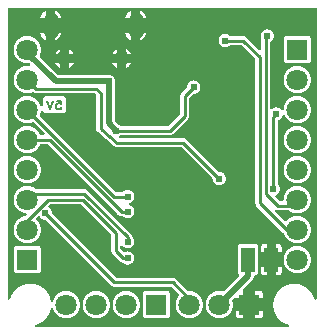
<source format=gbl>
G04 Layer: BottomLayer*
G04 EasyEDA v6.4.7, 2020-11-10T21:56:29+01:00*
G04 d56d7f5836d14aafa71abd029e92fcd7,d798ca008b2c48fc9d28453cf4f639a5,10*
G04 Gerber Generator version 0.2*
G04 Scale: 100 percent, Rotated: No, Reflected: No *
G04 Dimensions in millimeters *
G04 leading zeros omitted , absolute positions ,3 integer and 3 decimal *
%FSLAX33Y33*%
%MOMM*%
G90*
D02*

%ADD10C,0.254000*%
%ADD11C,0.508000*%
%ADD12C,0.611022*%
%ADD21C,1.250010*%
%ADD22R,1.198880X2.159000*%
%ADD23C,1.799996*%
%ADD24R,1.799996X1.799996*%
%ADD25C,1.299997*%
%ADD26C,0.203200*%

%LPD*%
G36*
G01X3584Y27302D02*
G01X358Y27302D01*
G01X343Y27301D01*
G01X329Y27298D01*
G01X315Y27293D01*
G01X303Y27286D01*
G01X291Y27277D01*
G01X281Y27267D01*
G01X272Y27255D01*
G01X265Y27243D01*
G01X260Y27229D01*
G01X257Y27215D01*
G01X256Y27200D01*
G01X256Y2677D01*
G01X257Y2663D01*
G01X260Y2649D01*
G01X265Y2635D01*
G01X272Y2623D01*
G01X281Y2611D01*
G01X291Y2601D01*
G01X303Y2592D01*
G01X315Y2585D01*
G01X329Y2580D01*
G01X343Y2577D01*
G01X358Y2576D01*
G01X372Y2577D01*
G01X386Y2580D01*
G01X400Y2585D01*
G01X413Y2592D01*
G01X424Y2601D01*
G01X435Y2611D01*
G01X443Y2623D01*
G01X450Y2636D01*
G01X455Y2649D01*
G01X473Y2707D01*
G01X492Y2764D01*
G01X514Y2820D01*
G01X537Y2875D01*
G01X563Y2930D01*
G01X590Y2984D01*
G01X619Y3037D01*
G01X649Y3088D01*
G01X682Y3139D01*
G01X716Y3189D01*
G01X752Y3237D01*
G01X789Y3284D01*
G01X828Y3330D01*
G01X869Y3374D01*
G01X911Y3417D01*
G01X954Y3459D01*
G01X999Y3499D01*
G01X1045Y3538D01*
G01X1093Y3575D01*
G01X1141Y3610D01*
G01X1191Y3644D01*
G01X1242Y3676D01*
G01X1294Y3706D01*
G01X1347Y3735D01*
G01X1401Y3761D01*
G01X1456Y3786D01*
G01X1512Y3809D01*
G01X1568Y3830D01*
G01X1625Y3849D01*
G01X1683Y3866D01*
G01X1741Y3881D01*
G01X1800Y3894D01*
G01X1859Y3906D01*
G01X1918Y3915D01*
G01X1978Y3922D01*
G01X2038Y3927D01*
G01X2098Y3930D01*
G01X2159Y3931D01*
G01X2220Y3930D01*
G01X2281Y3927D01*
G01X2342Y3922D01*
G01X2403Y3914D01*
G01X2463Y3905D01*
G01X2523Y3893D01*
G01X2583Y3880D01*
G01X2642Y3864D01*
G01X2700Y3846D01*
G01X2758Y3826D01*
G01X2816Y3805D01*
G01X2872Y3781D01*
G01X2928Y3755D01*
G01X2982Y3728D01*
G01X3036Y3699D01*
G01X3089Y3667D01*
G01X3140Y3634D01*
G01X3191Y3600D01*
G01X3240Y3563D01*
G01X3288Y3525D01*
G01X3334Y3485D01*
G01X3379Y3444D01*
G01X3423Y3401D01*
G01X3465Y3356D01*
G01X3505Y3311D01*
G01X3544Y3264D01*
G01X3582Y3215D01*
G01X3617Y3165D01*
G01X3651Y3114D01*
G01X3683Y3062D01*
G01X3714Y3009D01*
G01X3742Y2955D01*
G01X3769Y2900D01*
G01X3793Y2844D01*
G01X3816Y2787D01*
G01X3837Y2729D01*
G01X3855Y2671D01*
G01X3872Y2612D01*
G01X3887Y2553D01*
G01X3899Y2493D01*
G01X3903Y2478D01*
G01X3910Y2464D01*
G01X3918Y2450D01*
G01X3928Y2439D01*
G01X3940Y2429D01*
G01X3954Y2421D01*
G01X3968Y2415D01*
G01X3983Y2412D01*
G01X3999Y2410D01*
G01X4013Y2411D01*
G01X4028Y2414D01*
G01X4054Y2426D01*
G01X4066Y2435D01*
G01X4076Y2445D01*
G01X4085Y2457D01*
G01X4097Y2483D01*
G01X4111Y2531D01*
G01X4128Y2577D01*
G01X4147Y2623D01*
G01X4168Y2668D01*
G01X4191Y2712D01*
G01X4216Y2755D01*
G01X4242Y2797D01*
G01X4270Y2838D01*
G01X4300Y2877D01*
G01X4332Y2915D01*
G01X4365Y2952D01*
G01X4400Y2987D01*
G01X4436Y3021D01*
G01X4474Y3053D01*
G01X4513Y3084D01*
G01X4553Y3113D01*
G01X4595Y3140D01*
G01X4637Y3165D01*
G01X4681Y3189D01*
G01X4726Y3210D01*
G01X4771Y3230D01*
G01X4818Y3248D01*
G01X4865Y3263D01*
G01X4912Y3277D01*
G01X4961Y3289D01*
G01X5009Y3298D01*
G01X5058Y3305D01*
G01X5107Y3311D01*
G01X5157Y3314D01*
G01X5207Y3315D01*
G01X5256Y3314D01*
G01X5305Y3311D01*
G01X5353Y3306D01*
G01X5402Y3298D01*
G01X5450Y3289D01*
G01X5498Y3278D01*
G01X5545Y3264D01*
G01X5592Y3249D01*
G01X5638Y3232D01*
G01X5683Y3212D01*
G01X5727Y3191D01*
G01X5771Y3168D01*
G01X5813Y3143D01*
G01X5854Y3117D01*
G01X5894Y3088D01*
G01X5933Y3058D01*
G01X5971Y3027D01*
G01X6007Y2993D01*
G01X6041Y2959D01*
G01X6075Y2923D01*
G01X6106Y2885D01*
G01X6136Y2846D01*
G01X6165Y2806D01*
G01X6191Y2765D01*
G01X6216Y2723D01*
G01X6239Y2679D01*
G01X6260Y2635D01*
G01X6280Y2590D01*
G01X6297Y2544D01*
G01X6312Y2497D01*
G01X6326Y2450D01*
G01X6337Y2402D01*
G01X6346Y2354D01*
G01X6354Y2305D01*
G01X6359Y2257D01*
G01X6362Y2208D01*
G01X6363Y2159D01*
G01X6362Y2109D01*
G01X6359Y2060D01*
G01X6354Y2012D01*
G01X6346Y1963D01*
G01X6337Y1915D01*
G01X6326Y1867D01*
G01X6312Y1820D01*
G01X6297Y1773D01*
G01X6280Y1727D01*
G01X6260Y1682D01*
G01X6239Y1638D01*
G01X6216Y1594D01*
G01X6191Y1552D01*
G01X6165Y1511D01*
G01X6136Y1471D01*
G01X6106Y1432D01*
G01X6075Y1394D01*
G01X6041Y1358D01*
G01X6007Y1324D01*
G01X5971Y1290D01*
G01X5933Y1259D01*
G01X5894Y1229D01*
G01X5854Y1200D01*
G01X5813Y1174D01*
G01X5771Y1149D01*
G01X5727Y1126D01*
G01X5683Y1105D01*
G01X5638Y1085D01*
G01X5592Y1068D01*
G01X5545Y1053D01*
G01X5498Y1039D01*
G01X5450Y1028D01*
G01X5402Y1019D01*
G01X5353Y1011D01*
G01X5305Y1006D01*
G01X5256Y1003D01*
G01X5207Y1002D01*
G01X5157Y1003D01*
G01X5107Y1006D01*
G01X5058Y1012D01*
G01X5009Y1019D01*
G01X4961Y1028D01*
G01X4912Y1040D01*
G01X4865Y1054D01*
G01X4818Y1069D01*
G01X4771Y1087D01*
G01X4726Y1107D01*
G01X4681Y1128D01*
G01X4637Y1152D01*
G01X4595Y1177D01*
G01X4553Y1204D01*
G01X4513Y1233D01*
G01X4474Y1264D01*
G01X4436Y1296D01*
G01X4400Y1330D01*
G01X4365Y1365D01*
G01X4332Y1402D01*
G01X4300Y1440D01*
G01X4270Y1479D01*
G01X4242Y1520D01*
G01X4216Y1562D01*
G01X4191Y1605D01*
G01X4168Y1649D01*
G01X4147Y1694D01*
G01X4128Y1740D01*
G01X4111Y1786D01*
G01X4097Y1834D01*
G01X4085Y1860D01*
G01X4076Y1872D01*
G01X4066Y1882D01*
G01X4054Y1891D01*
G01X4028Y1903D01*
G01X4013Y1906D01*
G01X3999Y1907D01*
G01X3983Y1905D01*
G01X3968Y1902D01*
G01X3954Y1896D01*
G01X3940Y1888D01*
G01X3928Y1878D01*
G01X3918Y1867D01*
G01X3910Y1853D01*
G01X3903Y1839D01*
G01X3899Y1824D01*
G01X3887Y1765D01*
G01X3872Y1705D01*
G01X3856Y1647D01*
G01X3837Y1589D01*
G01X3816Y1531D01*
G01X3794Y1475D01*
G01X3769Y1419D01*
G01X3743Y1364D01*
G01X3715Y1310D01*
G01X3685Y1257D01*
G01X3653Y1205D01*
G01X3619Y1154D01*
G01X3584Y1105D01*
G01X3547Y1056D01*
G01X3508Y1009D01*
G01X3467Y963D01*
G01X3426Y919D01*
G01X3382Y876D01*
G01X3337Y835D01*
G01X3291Y795D01*
G01X3244Y757D01*
G01X3195Y721D01*
G01X3145Y686D01*
G01X3094Y653D01*
G01X3041Y621D01*
G01X2988Y592D01*
G01X2934Y564D01*
G01X2878Y539D01*
G01X2822Y515D01*
G01X2765Y493D01*
G01X2708Y473D01*
G01X2649Y455D01*
G01X2636Y450D01*
G01X2623Y443D01*
G01X2611Y435D01*
G01X2601Y424D01*
G01X2592Y413D01*
G01X2585Y400D01*
G01X2580Y386D01*
G01X2577Y372D01*
G01X2576Y358D01*
G01X2577Y343D01*
G01X2580Y329D01*
G01X2585Y315D01*
G01X2592Y303D01*
G01X2601Y291D01*
G01X2611Y281D01*
G01X2623Y272D01*
G01X2635Y265D01*
G01X2649Y260D01*
G01X2663Y257D01*
G01X2677Y256D01*
G01X23992Y256D01*
G01X24006Y257D01*
G01X24020Y260D01*
G01X24034Y265D01*
G01X24046Y272D01*
G01X24058Y281D01*
G01X24068Y291D01*
G01X24077Y303D01*
G01X24084Y315D01*
G01X24089Y329D01*
G01X24092Y343D01*
G01X24093Y358D01*
G01X24092Y372D01*
G01X24089Y386D01*
G01X24084Y400D01*
G01X24077Y413D01*
G01X24068Y424D01*
G01X24058Y435D01*
G01X24046Y443D01*
G01X24033Y450D01*
G01X24020Y455D01*
G01X23962Y473D01*
G01X23905Y492D01*
G01X23849Y514D01*
G01X23794Y537D01*
G01X23739Y563D01*
G01X23685Y590D01*
G01X23632Y619D01*
G01X23581Y649D01*
G01X23530Y682D01*
G01X23480Y716D01*
G01X23432Y752D01*
G01X23385Y789D01*
G01X23339Y828D01*
G01X23295Y869D01*
G01X23252Y911D01*
G01X23210Y954D01*
G01X23170Y999D01*
G01X23131Y1045D01*
G01X23094Y1093D01*
G01X23059Y1141D01*
G01X23025Y1191D01*
G01X22993Y1242D01*
G01X22963Y1294D01*
G01X22934Y1347D01*
G01X22908Y1401D01*
G01X22883Y1456D01*
G01X22860Y1512D01*
G01X22839Y1568D01*
G01X22820Y1625D01*
G01X22803Y1683D01*
G01X22788Y1741D01*
G01X22775Y1800D01*
G01X22763Y1859D01*
G01X22754Y1918D01*
G01X22747Y1978D01*
G01X22742Y2038D01*
G01X22739Y2098D01*
G01X22738Y2159D01*
G01X22739Y2219D01*
G01X22742Y2279D01*
G01X22747Y2340D01*
G01X22754Y2400D01*
G01X22764Y2460D01*
G01X22775Y2519D01*
G01X22788Y2578D01*
G01X22804Y2637D01*
G01X22821Y2695D01*
G01X22840Y2752D01*
G01X22862Y2809D01*
G01X22885Y2865D01*
G01X22910Y2920D01*
G01X22937Y2974D01*
G01X22965Y3027D01*
G01X22996Y3079D01*
G01X23028Y3131D01*
G01X23062Y3181D01*
G01X23098Y3230D01*
G01X23136Y3277D01*
G01X23175Y3323D01*
G01X23215Y3368D01*
G01X23257Y3412D01*
G01X23301Y3454D01*
G01X23346Y3494D01*
G01X23392Y3533D01*
G01X23439Y3571D01*
G01X23488Y3607D01*
G01X23538Y3641D01*
G01X23590Y3673D01*
G01X23642Y3704D01*
G01X23695Y3732D01*
G01X23749Y3759D01*
G01X23804Y3784D01*
G01X23860Y3807D01*
G01X23917Y3829D01*
G01X23974Y3848D01*
G01X24032Y3865D01*
G01X24091Y3881D01*
G01X24150Y3894D01*
G01X24209Y3905D01*
G01X24269Y3915D01*
G01X24329Y3922D01*
G01X24390Y3927D01*
G01X24450Y3930D01*
G01X24511Y3931D01*
G01X24571Y3930D01*
G01X24631Y3927D01*
G01X24691Y3922D01*
G01X24751Y3915D01*
G01X24810Y3906D01*
G01X24869Y3894D01*
G01X24928Y3881D01*
G01X24986Y3866D01*
G01X25044Y3849D01*
G01X25101Y3830D01*
G01X25157Y3809D01*
G01X25213Y3786D01*
G01X25268Y3761D01*
G01X25322Y3735D01*
G01X25375Y3706D01*
G01X25427Y3676D01*
G01X25478Y3644D01*
G01X25528Y3610D01*
G01X25576Y3575D01*
G01X25624Y3538D01*
G01X25670Y3499D01*
G01X25715Y3459D01*
G01X25758Y3417D01*
G01X25800Y3374D01*
G01X25841Y3330D01*
G01X25880Y3284D01*
G01X25917Y3237D01*
G01X25953Y3189D01*
G01X25987Y3139D01*
G01X26020Y3088D01*
G01X26050Y3037D01*
G01X26079Y2984D01*
G01X26106Y2930D01*
G01X26132Y2875D01*
G01X26155Y2820D01*
G01X26177Y2764D01*
G01X26196Y2707D01*
G01X26214Y2649D01*
G01X26219Y2636D01*
G01X26226Y2623D01*
G01X26234Y2611D01*
G01X26245Y2601D01*
G01X26256Y2592D01*
G01X26269Y2585D01*
G01X26283Y2580D01*
G01X26297Y2577D01*
G01X26311Y2576D01*
G01X26326Y2577D01*
G01X26340Y2580D01*
G01X26354Y2585D01*
G01X26366Y2592D01*
G01X26378Y2601D01*
G01X26388Y2611D01*
G01X26397Y2623D01*
G01X26404Y2635D01*
G01X26409Y2649D01*
G01X26412Y2663D01*
G01X26413Y2677D01*
G01X26413Y27200D01*
G01X26412Y27215D01*
G01X26409Y27229D01*
G01X26404Y27243D01*
G01X26397Y27255D01*
G01X26388Y27267D01*
G01X26378Y27277D01*
G01X26366Y27286D01*
G01X26354Y27293D01*
G01X26340Y27298D01*
G01X26326Y27301D01*
G01X26311Y27302D01*
G01X11401Y27302D01*
G01X11390Y27301D01*
G01X11379Y27302D01*
G01X10806Y27302D01*
G01X10795Y27301D01*
G01X10784Y27302D01*
G01X4201Y27302D01*
G01X4190Y27301D01*
G01X4179Y27302D01*
G01X3606Y27302D01*
G01X3595Y27301D01*
G01X3584Y27302D01*
G37*

%LPC*%
G36*
G01X1954Y24904D02*
G01X1905Y24905D01*
G01X1855Y24904D01*
G01X1806Y24901D01*
G01X1758Y24896D01*
G01X1709Y24888D01*
G01X1661Y24879D01*
G01X1613Y24868D01*
G01X1566Y24854D01*
G01X1519Y24839D01*
G01X1473Y24822D01*
G01X1428Y24802D01*
G01X1384Y24781D01*
G01X1340Y24758D01*
G01X1298Y24733D01*
G01X1257Y24707D01*
G01X1217Y24678D01*
G01X1178Y24648D01*
G01X1140Y24617D01*
G01X1104Y24583D01*
G01X1070Y24549D01*
G01X1036Y24513D01*
G01X1005Y24475D01*
G01X975Y24436D01*
G01X946Y24396D01*
G01X920Y24355D01*
G01X895Y24313D01*
G01X872Y24269D01*
G01X851Y24225D01*
G01X831Y24180D01*
G01X814Y24134D01*
G01X799Y24087D01*
G01X785Y24040D01*
G01X774Y23992D01*
G01X765Y23944D01*
G01X757Y23895D01*
G01X752Y23847D01*
G01X749Y23798D01*
G01X748Y23749D01*
G01X749Y23699D01*
G01X752Y23650D01*
G01X757Y23602D01*
G01X765Y23553D01*
G01X774Y23505D01*
G01X785Y23457D01*
G01X799Y23410D01*
G01X814Y23363D01*
G01X831Y23317D01*
G01X851Y23272D01*
G01X872Y23228D01*
G01X895Y23184D01*
G01X920Y23142D01*
G01X946Y23101D01*
G01X975Y23061D01*
G01X1005Y23022D01*
G01X1036Y22984D01*
G01X1070Y22948D01*
G01X1104Y22914D01*
G01X1140Y22880D01*
G01X1178Y22849D01*
G01X1217Y22819D01*
G01X1257Y22790D01*
G01X1298Y22764D01*
G01X1340Y22739D01*
G01X1384Y22716D01*
G01X1428Y22695D01*
G01X1473Y22675D01*
G01X1519Y22658D01*
G01X1566Y22643D01*
G01X1613Y22629D01*
G01X1661Y22618D01*
G01X1709Y22609D01*
G01X1758Y22601D01*
G01X1806Y22596D01*
G01X1855Y22593D01*
G01X1905Y22592D01*
G01X1965Y22594D01*
G01X2025Y22598D01*
G01X2036Y22599D01*
G01X2052Y22598D01*
G01X2067Y22594D01*
G01X2082Y22588D01*
G01X2096Y22579D01*
G01X2108Y22569D01*
G01X2151Y22526D01*
G01X2161Y22514D01*
G01X2169Y22501D01*
G01X2175Y22486D01*
G01X2179Y22470D01*
G01X2180Y22454D01*
G01X2179Y22440D01*
G01X2176Y22426D01*
G01X2171Y22412D01*
G01X2164Y22400D01*
G01X2156Y22388D01*
G01X2145Y22378D01*
G01X2134Y22369D01*
G01X2121Y22362D01*
G01X2107Y22357D01*
G01X2093Y22354D01*
G01X2079Y22353D01*
G01X2065Y22354D01*
G01X2012Y22360D01*
G01X1958Y22364D01*
G01X1905Y22365D01*
G01X1855Y22364D01*
G01X1806Y22361D01*
G01X1758Y22356D01*
G01X1709Y22348D01*
G01X1661Y22339D01*
G01X1613Y22328D01*
G01X1566Y22314D01*
G01X1519Y22299D01*
G01X1473Y22282D01*
G01X1428Y22262D01*
G01X1384Y22241D01*
G01X1340Y22218D01*
G01X1298Y22193D01*
G01X1257Y22167D01*
G01X1217Y22138D01*
G01X1178Y22108D01*
G01X1140Y22077D01*
G01X1104Y22043D01*
G01X1070Y22009D01*
G01X1036Y21973D01*
G01X1005Y21935D01*
G01X975Y21896D01*
G01X946Y21856D01*
G01X920Y21815D01*
G01X895Y21773D01*
G01X872Y21729D01*
G01X851Y21685D01*
G01X831Y21640D01*
G01X814Y21594D01*
G01X799Y21547D01*
G01X785Y21500D01*
G01X774Y21452D01*
G01X765Y21404D01*
G01X757Y21355D01*
G01X752Y21307D01*
G01X749Y21258D01*
G01X748Y21209D01*
G01X749Y21159D01*
G01X752Y21110D01*
G01X757Y21062D01*
G01X765Y21013D01*
G01X774Y20965D01*
G01X785Y20917D01*
G01X799Y20870D01*
G01X814Y20823D01*
G01X831Y20777D01*
G01X851Y20732D01*
G01X872Y20688D01*
G01X895Y20644D01*
G01X920Y20602D01*
G01X946Y20561D01*
G01X975Y20521D01*
G01X1005Y20482D01*
G01X1036Y20444D01*
G01X1070Y20408D01*
G01X1104Y20374D01*
G01X1140Y20340D01*
G01X1178Y20309D01*
G01X1217Y20279D01*
G01X1257Y20250D01*
G01X1298Y20224D01*
G01X1340Y20199D01*
G01X1384Y20176D01*
G01X1428Y20155D01*
G01X1473Y20135D01*
G01X1519Y20118D01*
G01X1566Y20103D01*
G01X1613Y20089D01*
G01X1661Y20078D01*
G01X1709Y20069D01*
G01X1758Y20061D01*
G01X1806Y20056D01*
G01X1855Y20053D01*
G01X1905Y20052D01*
G01X1955Y20053D01*
G01X2006Y20056D01*
G01X2057Y20062D01*
G01X2107Y20070D01*
G01X2157Y20080D01*
G01X2206Y20092D01*
G01X2255Y20106D01*
G01X2303Y20123D01*
G01X2351Y20142D01*
G01X2370Y20147D01*
G01X2390Y20149D01*
G01X2405Y20148D01*
G01X2420Y20145D01*
G01X2435Y20139D01*
G01X2448Y20131D01*
G01X2472Y20116D01*
G01X2498Y20102D01*
G01X2525Y20090D01*
G01X2552Y20080D01*
G01X2580Y20073D01*
G01X2609Y20067D01*
G01X2637Y20064D01*
G01X2667Y20063D01*
G01X7546Y20063D01*
G01X7561Y20062D01*
G01X7577Y20058D01*
G01X7592Y20052D01*
G01X7605Y20044D01*
G01X7617Y20033D01*
G01X7714Y19936D01*
G01X7725Y19924D01*
G01X7733Y19911D01*
G01X7739Y19896D01*
G01X7743Y19880D01*
G01X7744Y19865D01*
G01X7744Y17018D01*
G01X7745Y16989D01*
G01X7748Y16961D01*
G01X7753Y16933D01*
G01X7761Y16906D01*
G01X7770Y16879D01*
G01X7781Y16853D01*
G01X7794Y16828D01*
G01X7809Y16804D01*
G01X7825Y16781D01*
G01X7863Y16739D01*
G01X9282Y15578D01*
G01X9305Y15560D01*
G01X9330Y15544D01*
G01X9355Y15530D01*
G01X9382Y15518D01*
G01X9409Y15509D01*
G01X9438Y15501D01*
G01X9466Y15495D01*
G01X9495Y15492D01*
G01X9525Y15491D01*
G01X14912Y15491D01*
G01X14927Y15490D01*
G01X14943Y15486D01*
G01X14958Y15480D01*
G01X14971Y15472D01*
G01X14983Y15461D01*
G01X17569Y12875D01*
G01X17579Y12864D01*
G01X17587Y12851D01*
G01X17593Y12837D01*
G01X17597Y12822D01*
G01X17599Y12807D01*
G01X17601Y12773D01*
G01X17605Y12738D01*
G01X17612Y12705D01*
G01X17620Y12671D01*
G01X17631Y12638D01*
G01X17644Y12606D01*
G01X17658Y12575D01*
G01X17674Y12544D01*
G01X17693Y12515D01*
G01X17713Y12487D01*
G01X17734Y12460D01*
G01X17758Y12434D01*
G01X17783Y12410D01*
G01X17809Y12388D01*
G01X17836Y12367D01*
G01X17865Y12348D01*
G01X17895Y12331D01*
G01X17926Y12316D01*
G01X17958Y12302D01*
G01X17990Y12291D01*
G01X18024Y12281D01*
G01X18057Y12274D01*
G01X18092Y12269D01*
G01X18126Y12266D01*
G01X18161Y12264D01*
G01X18194Y12265D01*
G01X18228Y12269D01*
G01X18262Y12274D01*
G01X18295Y12281D01*
G01X18328Y12290D01*
G01X18360Y12301D01*
G01X18391Y12314D01*
G01X18422Y12329D01*
G01X18451Y12346D01*
G01X18480Y12364D01*
G01X18507Y12384D01*
G01X18533Y12406D01*
G01X18558Y12429D01*
G01X18581Y12454D01*
G01X18603Y12480D01*
G01X18623Y12507D01*
G01X18641Y12536D01*
G01X18658Y12565D01*
G01X18673Y12596D01*
G01X18686Y12627D01*
G01X18697Y12659D01*
G01X18706Y12692D01*
G01X18713Y12725D01*
G01X18718Y12759D01*
G01X18722Y12793D01*
G01X18723Y12827D01*
G01X18721Y12861D01*
G01X18718Y12895D01*
G01X18713Y12930D01*
G01X18706Y12963D01*
G01X18696Y12997D01*
G01X18685Y13029D01*
G01X18671Y13061D01*
G01X18656Y13092D01*
G01X18639Y13122D01*
G01X18620Y13151D01*
G01X18599Y13178D01*
G01X18577Y13204D01*
G01X18553Y13229D01*
G01X18527Y13253D01*
G01X18500Y13274D01*
G01X18472Y13294D01*
G01X18443Y13313D01*
G01X18412Y13329D01*
G01X18381Y13343D01*
G01X18349Y13356D01*
G01X18316Y13367D01*
G01X18282Y13375D01*
G01X18249Y13382D01*
G01X18214Y13386D01*
G01X18180Y13388D01*
G01X18165Y13390D01*
G01X18150Y13394D01*
G01X18136Y13400D01*
G01X18123Y13408D01*
G01X18112Y13418D01*
G01X15384Y16146D01*
G01X15362Y16166D01*
G01X15338Y16185D01*
G01X15313Y16202D01*
G01X15287Y16216D01*
G01X15259Y16229D01*
G01X15231Y16239D01*
G01X15202Y16247D01*
G01X15172Y16253D01*
G01X15143Y16257D01*
G01X15113Y16258D01*
G01X9796Y16258D01*
G01X9781Y16259D01*
G01X9767Y16262D01*
G01X9754Y16267D01*
G01X9741Y16274D01*
G01X9729Y16283D01*
G01X9719Y16293D01*
G01X9710Y16305D01*
G01X9703Y16317D01*
G01X9698Y16331D01*
G01X9695Y16345D01*
G01X9694Y16360D01*
G01X9695Y16375D01*
G01X9699Y16391D01*
G01X9705Y16405D01*
G01X9713Y16419D01*
G01X9723Y16431D01*
G01X9735Y16441D01*
G01X9781Y16480D01*
G01X9793Y16489D01*
G01X9806Y16497D01*
G01X9820Y16502D01*
G01X9835Y16506D01*
G01X9850Y16507D01*
G01X13970Y16507D01*
G01X14000Y16508D01*
G01X14029Y16512D01*
G01X14059Y16518D01*
G01X14088Y16526D01*
G01X14116Y16536D01*
G01X14144Y16549D01*
G01X14170Y16563D01*
G01X14195Y16580D01*
G01X14219Y16599D01*
G01X14241Y16619D01*
G01X15511Y17889D01*
G01X15531Y17911D01*
G01X15550Y17935D01*
G01X15567Y17960D01*
G01X15581Y17986D01*
G01X15594Y18014D01*
G01X15604Y18042D01*
G01X15612Y18071D01*
G01X15618Y18101D01*
G01X15622Y18130D01*
G01X15623Y18161D01*
G01X15623Y19611D01*
G01X15624Y19626D01*
G01X15628Y19642D01*
G01X15634Y19657D01*
G01X15642Y19670D01*
G01X15653Y19682D01*
G01X15953Y19982D01*
G01X15964Y19992D01*
G01X15977Y20000D01*
G01X15991Y20006D01*
G01X16006Y20010D01*
G01X16021Y20012D01*
G01X16055Y20014D01*
G01X16090Y20018D01*
G01X16123Y20025D01*
G01X16157Y20033D01*
G01X16190Y20044D01*
G01X16222Y20057D01*
G01X16253Y20071D01*
G01X16284Y20087D01*
G01X16313Y20106D01*
G01X16341Y20126D01*
G01X16368Y20147D01*
G01X16394Y20171D01*
G01X16418Y20196D01*
G01X16440Y20222D01*
G01X16461Y20249D01*
G01X16480Y20278D01*
G01X16497Y20308D01*
G01X16512Y20339D01*
G01X16526Y20371D01*
G01X16537Y20403D01*
G01X16547Y20437D01*
G01X16554Y20470D01*
G01X16559Y20505D01*
G01X16562Y20539D01*
G01X16564Y20574D01*
G01X16563Y20607D01*
G01X16559Y20641D01*
G01X16554Y20675D01*
G01X16547Y20708D01*
G01X16538Y20741D01*
G01X16527Y20773D01*
G01X16514Y20804D01*
G01X16499Y20835D01*
G01X16482Y20864D01*
G01X16464Y20893D01*
G01X16444Y20920D01*
G01X16422Y20946D01*
G01X16399Y20971D01*
G01X16374Y20994D01*
G01X16348Y21016D01*
G01X16321Y21036D01*
G01X16292Y21054D01*
G01X16263Y21071D01*
G01X16232Y21086D01*
G01X16201Y21099D01*
G01X16169Y21110D01*
G01X16136Y21119D01*
G01X16103Y21126D01*
G01X16069Y21131D01*
G01X16035Y21135D01*
G01X16002Y21136D01*
G01X15967Y21134D01*
G01X15933Y21131D01*
G01X15898Y21126D01*
G01X15865Y21119D01*
G01X15831Y21109D01*
G01X15799Y21098D01*
G01X15767Y21084D01*
G01X15736Y21069D01*
G01X15706Y21052D01*
G01X15677Y21033D01*
G01X15650Y21012D01*
G01X15624Y20990D01*
G01X15599Y20966D01*
G01X15575Y20940D01*
G01X15554Y20913D01*
G01X15534Y20885D01*
G01X15515Y20856D01*
G01X15499Y20825D01*
G01X15485Y20794D01*
G01X15472Y20762D01*
G01X15461Y20729D01*
G01X15453Y20695D01*
G01X15446Y20662D01*
G01X15442Y20627D01*
G01X15440Y20593D01*
G01X15438Y20578D01*
G01X15434Y20563D01*
G01X15428Y20549D01*
G01X15420Y20536D01*
G01X15410Y20524D01*
G01X14968Y20083D01*
G01X14948Y20061D01*
G01X14929Y20037D01*
G01X14912Y20012D01*
G01X14898Y19986D01*
G01X14885Y19958D01*
G01X14875Y19930D01*
G01X14867Y19901D01*
G01X14861Y19871D01*
G01X14857Y19842D01*
G01X14856Y19812D01*
G01X14856Y18361D01*
G01X14855Y18346D01*
G01X14851Y18330D01*
G01X14845Y18315D01*
G01X14837Y18302D01*
G01X14826Y18290D01*
G01X13840Y17304D01*
G01X13828Y17293D01*
G01X13815Y17285D01*
G01X13800Y17279D01*
G01X13784Y17275D01*
G01X13769Y17274D01*
G01X9850Y17274D01*
G01X9835Y17275D01*
G01X9820Y17279D01*
G01X9806Y17284D01*
G01X9793Y17292D01*
G01X9781Y17301D01*
G01X9756Y17324D01*
G01X9729Y17345D01*
G01X9701Y17364D01*
G01X9672Y17381D01*
G01X9642Y17397D01*
G01X9611Y17411D01*
G01X9593Y17420D01*
G01X9577Y17433D01*
G01X9333Y17677D01*
G01X9323Y17689D01*
G01X9315Y17702D01*
G01X9308Y17717D01*
G01X9305Y17733D01*
G01X9304Y17749D01*
G01X9304Y20791D01*
G01X9306Y20811D01*
G01X9311Y20830D01*
G01X9324Y20864D01*
G01X9335Y20900D01*
G01X9344Y20936D01*
G01X9350Y20972D01*
G01X9353Y21009D01*
G01X9355Y21046D01*
G01X9354Y21080D01*
G01X9350Y21114D01*
G01X9345Y21147D01*
G01X9338Y21180D01*
G01X9329Y21213D01*
G01X9318Y21245D01*
G01X9305Y21277D01*
G01X9290Y21307D01*
G01X9273Y21337D01*
G01X9255Y21365D01*
G01X9235Y21393D01*
G01X9213Y21419D01*
G01X9190Y21443D01*
G01X9165Y21467D01*
G01X9139Y21488D01*
G01X9112Y21508D01*
G01X9083Y21527D01*
G01X9054Y21544D01*
G01X9023Y21558D01*
G01X8992Y21571D01*
G01X8960Y21583D01*
G01X8927Y21592D01*
G01X8894Y21599D01*
G01X8860Y21604D01*
G01X8826Y21607D01*
G01X8792Y21608D01*
G01X8755Y21607D01*
G01X8718Y21603D01*
G01X8682Y21597D01*
G01X8646Y21588D01*
G01X8610Y21578D01*
G01X8575Y21564D01*
G01X8556Y21558D01*
G01X8536Y21556D01*
G01X4607Y21556D01*
G01X4591Y21558D01*
G01X4575Y21561D01*
G01X4561Y21568D01*
G01X4547Y21576D01*
G01X4535Y21586D01*
G01X2974Y23147D01*
G01X2964Y23159D01*
G01X2955Y23173D01*
G01X2949Y23188D01*
G01X2945Y23203D01*
G01X2944Y23219D01*
G01X2945Y23234D01*
G01X2948Y23248D01*
G01X2954Y23262D01*
G01X2974Y23308D01*
G01X2992Y23355D01*
G01X3008Y23402D01*
G01X3022Y23450D01*
G01X3034Y23499D01*
G01X3044Y23549D01*
G01X3051Y23598D01*
G01X3057Y23648D01*
G01X3060Y23698D01*
G01X3061Y23749D01*
G01X3060Y23798D01*
G01X3057Y23847D01*
G01X3052Y23895D01*
G01X3044Y23944D01*
G01X3035Y23992D01*
G01X3024Y24040D01*
G01X3010Y24087D01*
G01X2995Y24134D01*
G01X2978Y24180D01*
G01X2958Y24225D01*
G01X2937Y24269D01*
G01X2914Y24313D01*
G01X2889Y24355D01*
G01X2863Y24396D01*
G01X2834Y24436D01*
G01X2804Y24475D01*
G01X2773Y24513D01*
G01X2739Y24549D01*
G01X2705Y24583D01*
G01X2669Y24617D01*
G01X2631Y24648D01*
G01X2592Y24678D01*
G01X2552Y24707D01*
G01X2511Y24733D01*
G01X2469Y24758D01*
G01X2425Y24781D01*
G01X2381Y24802D01*
G01X2336Y24822D01*
G01X2290Y24839D01*
G01X2243Y24854D01*
G01X2196Y24868D01*
G01X2148Y24879D01*
G01X2100Y24888D01*
G01X2051Y24896D01*
G01X2003Y24901D01*
G01X1954Y24904D01*
G37*
G36*
G01X1955Y12204D02*
G01X1905Y12205D01*
G01X1855Y12204D01*
G01X1806Y12201D01*
G01X1758Y12196D01*
G01X1709Y12188D01*
G01X1661Y12179D01*
G01X1613Y12168D01*
G01X1566Y12154D01*
G01X1519Y12139D01*
G01X1473Y12122D01*
G01X1428Y12102D01*
G01X1384Y12081D01*
G01X1340Y12058D01*
G01X1298Y12033D01*
G01X1257Y12007D01*
G01X1217Y11978D01*
G01X1178Y11948D01*
G01X1140Y11917D01*
G01X1104Y11883D01*
G01X1070Y11849D01*
G01X1036Y11813D01*
G01X1005Y11775D01*
G01X975Y11736D01*
G01X946Y11696D01*
G01X920Y11655D01*
G01X895Y11613D01*
G01X872Y11569D01*
G01X851Y11525D01*
G01X831Y11480D01*
G01X814Y11434D01*
G01X799Y11387D01*
G01X785Y11340D01*
G01X774Y11292D01*
G01X765Y11244D01*
G01X757Y11195D01*
G01X752Y11147D01*
G01X749Y11098D01*
G01X748Y11049D01*
G01X749Y10999D01*
G01X752Y10950D01*
G01X757Y10901D01*
G01X765Y10853D01*
G01X774Y10804D01*
G01X785Y10757D01*
G01X799Y10709D01*
G01X814Y10663D01*
G01X832Y10617D01*
G01X851Y10571D01*
G01X872Y10527D01*
G01X895Y10484D01*
G01X920Y10441D01*
G01X947Y10400D01*
G01X975Y10360D01*
G01X1006Y10321D01*
G01X1037Y10283D01*
G01X1071Y10247D01*
G01X1105Y10212D01*
G01X1142Y10179D01*
G01X1179Y10147D01*
G01X1218Y10117D01*
G01X1259Y10089D01*
G01X1300Y10063D01*
G01X1342Y10038D01*
G01X1386Y10015D01*
G01X1430Y9994D01*
G01X1476Y9974D01*
G01X1522Y9957D01*
G01X1568Y9942D01*
G01X1616Y9929D01*
G01X1664Y9917D01*
G01X1712Y9908D01*
G01X1761Y9901D01*
G01X1775Y9898D01*
G01X1789Y9893D01*
G01X1802Y9886D01*
G01X1814Y9878D01*
G01X1824Y9867D01*
G01X1833Y9856D01*
G01X1840Y9843D01*
G01X1845Y9829D01*
G01X1849Y9815D01*
G01X1850Y9800D01*
G01X1848Y9784D01*
G01X1845Y9769D01*
G01X1839Y9754D01*
G01X1830Y9740D01*
G01X1820Y9728D01*
G01X1769Y9678D01*
G01X1757Y9667D01*
G01X1744Y9659D01*
G01X1729Y9653D01*
G01X1714Y9649D01*
G01X1666Y9640D01*
G01X1618Y9629D01*
G01X1570Y9616D01*
G01X1523Y9600D01*
G01X1477Y9583D01*
G01X1432Y9564D01*
G01X1387Y9543D01*
G01X1344Y9520D01*
G01X1301Y9495D01*
G01X1260Y9469D01*
G01X1220Y9440D01*
G01X1180Y9410D01*
G01X1143Y9379D01*
G01X1106Y9346D01*
G01X1071Y9311D01*
G01X1038Y9275D01*
G01X1006Y9237D01*
G01X976Y9198D01*
G01X948Y9158D01*
G01X921Y9117D01*
G01X896Y9074D01*
G01X873Y9031D01*
G01X851Y8986D01*
G01X832Y8941D01*
G01X814Y8895D01*
G01X799Y8848D01*
G01X786Y8801D01*
G01X774Y8753D01*
G01X765Y8705D01*
G01X757Y8656D01*
G01X752Y8607D01*
G01X749Y8558D01*
G01X748Y8509D01*
G01X749Y8459D01*
G01X752Y8410D01*
G01X757Y8362D01*
G01X765Y8313D01*
G01X774Y8265D01*
G01X785Y8217D01*
G01X799Y8170D01*
G01X814Y8123D01*
G01X831Y8077D01*
G01X851Y8032D01*
G01X872Y7988D01*
G01X895Y7944D01*
G01X920Y7902D01*
G01X946Y7861D01*
G01X975Y7821D01*
G01X1005Y7782D01*
G01X1036Y7744D01*
G01X1070Y7708D01*
G01X1104Y7674D01*
G01X1140Y7640D01*
G01X1178Y7609D01*
G01X1217Y7579D01*
G01X1257Y7550D01*
G01X1298Y7524D01*
G01X1340Y7499D01*
G01X1384Y7476D01*
G01X1428Y7455D01*
G01X1473Y7435D01*
G01X1519Y7418D01*
G01X1566Y7403D01*
G01X1613Y7389D01*
G01X1661Y7378D01*
G01X1709Y7369D01*
G01X1758Y7361D01*
G01X1806Y7356D01*
G01X1855Y7353D01*
G01X1905Y7352D01*
G01X1954Y7353D01*
G01X2003Y7356D01*
G01X2051Y7361D01*
G01X2100Y7369D01*
G01X2148Y7378D01*
G01X2196Y7389D01*
G01X2243Y7403D01*
G01X2290Y7418D01*
G01X2336Y7435D01*
G01X2381Y7455D01*
G01X2425Y7476D01*
G01X2469Y7499D01*
G01X2511Y7524D01*
G01X2552Y7550D01*
G01X2592Y7579D01*
G01X2631Y7609D01*
G01X2669Y7640D01*
G01X2705Y7674D01*
G01X2739Y7708D01*
G01X2773Y7744D01*
G01X2804Y7782D01*
G01X2834Y7821D01*
G01X2863Y7861D01*
G01X2889Y7902D01*
G01X2914Y7944D01*
G01X2937Y7988D01*
G01X2958Y8032D01*
G01X2978Y8077D01*
G01X2995Y8123D01*
G01X3010Y8170D01*
G01X3024Y8217D01*
G01X3035Y8265D01*
G01X3044Y8313D01*
G01X3052Y8362D01*
G01X3057Y8410D01*
G01X3060Y8459D01*
G01X3061Y8509D01*
G01X3060Y8559D01*
G01X3057Y8609D01*
G01X3051Y8659D01*
G01X3044Y8709D01*
G01X3034Y8759D01*
G01X3022Y8808D01*
G01X3008Y8856D01*
G01X2991Y8904D01*
G01X2973Y8951D01*
G01X2953Y8997D01*
G01X2931Y9042D01*
G01X2906Y9086D01*
G01X2880Y9129D01*
G01X2852Y9171D01*
G01X2823Y9212D01*
G01X2791Y9251D01*
G01X2758Y9289D01*
G01X2723Y9326D01*
G01X2687Y9360D01*
G01X2675Y9373D01*
G01X2666Y9387D01*
G01X2659Y9402D01*
G01X2655Y9419D01*
G01X2654Y9435D01*
G01X2655Y9451D01*
G01X2659Y9467D01*
G01X2665Y9481D01*
G01X2673Y9495D01*
G01X2684Y9507D01*
G01X2797Y9621D01*
G01X2809Y9631D01*
G01X2823Y9639D01*
G01X2837Y9645D01*
G01X2853Y9649D01*
G01X2869Y9650D01*
G01X2883Y9649D01*
G01X2898Y9646D01*
G01X2911Y9641D01*
G01X2924Y9634D01*
G01X2936Y9625D01*
G01X2946Y9615D01*
G01X2955Y9603D01*
G01X2974Y9575D01*
G01X2995Y9548D01*
G01X3017Y9523D01*
G01X3041Y9499D01*
G01X3066Y9476D01*
G01X3093Y9455D01*
G01X3121Y9435D01*
G01X3150Y9417D01*
G01X3180Y9401D01*
G01X3211Y9387D01*
G01X3243Y9375D01*
G01X3275Y9365D01*
G01X3308Y9357D01*
G01X3341Y9350D01*
G01X3375Y9346D01*
G01X3409Y9344D01*
G01X3424Y9342D01*
G01X3439Y9338D01*
G01X3453Y9332D01*
G01X3466Y9324D01*
G01X3478Y9314D01*
G01X8999Y3792D01*
G01X9021Y3772D01*
G01X9045Y3753D01*
G01X9070Y3736D01*
G01X9096Y3722D01*
G01X9124Y3709D01*
G01X9152Y3699D01*
G01X9181Y3691D01*
G01X9211Y3685D01*
G01X9240Y3681D01*
G01X9271Y3680D01*
G01X14023Y3680D01*
G01X14038Y3679D01*
G01X14054Y3675D01*
G01X14069Y3669D01*
G01X14082Y3661D01*
G01X14094Y3650D01*
G01X14718Y3026D01*
G01X14728Y3014D01*
G01X14737Y3001D01*
G01X14743Y2986D01*
G01X14747Y2971D01*
G01X14748Y2955D01*
G01X14746Y2937D01*
G01X14742Y2921D01*
G01X14735Y2905D01*
G01X14725Y2890D01*
G01X14694Y2851D01*
G01X14666Y2811D01*
G01X14639Y2770D01*
G01X14613Y2727D01*
G01X14590Y2683D01*
G01X14568Y2639D01*
G01X14549Y2593D01*
G01X14531Y2547D01*
G01X14516Y2500D01*
G01X14502Y2452D01*
G01X14490Y2404D01*
G01X14481Y2356D01*
G01X14473Y2307D01*
G01X14468Y2257D01*
G01X14465Y2208D01*
G01X14464Y2159D01*
G01X14465Y2109D01*
G01X14468Y2060D01*
G01X14473Y2012D01*
G01X14481Y1963D01*
G01X14490Y1915D01*
G01X14501Y1867D01*
G01X14515Y1820D01*
G01X14530Y1773D01*
G01X14547Y1727D01*
G01X14567Y1682D01*
G01X14588Y1638D01*
G01X14611Y1594D01*
G01X14636Y1552D01*
G01X14662Y1511D01*
G01X14691Y1471D01*
G01X14721Y1432D01*
G01X14752Y1394D01*
G01X14786Y1358D01*
G01X14820Y1324D01*
G01X14856Y1290D01*
G01X14894Y1259D01*
G01X14933Y1229D01*
G01X14973Y1200D01*
G01X15014Y1174D01*
G01X15056Y1149D01*
G01X15100Y1126D01*
G01X15144Y1105D01*
G01X15189Y1085D01*
G01X15235Y1068D01*
G01X15282Y1053D01*
G01X15329Y1039D01*
G01X15377Y1028D01*
G01X15425Y1019D01*
G01X15474Y1011D01*
G01X15522Y1006D01*
G01X15571Y1003D01*
G01X15621Y1002D01*
G01X15670Y1003D01*
G01X15719Y1006D01*
G01X15767Y1011D01*
G01X15816Y1019D01*
G01X15864Y1028D01*
G01X15912Y1039D01*
G01X15959Y1053D01*
G01X16006Y1068D01*
G01X16052Y1085D01*
G01X16097Y1105D01*
G01X16141Y1126D01*
G01X16185Y1149D01*
G01X16227Y1174D01*
G01X16268Y1200D01*
G01X16308Y1229D01*
G01X16347Y1259D01*
G01X16385Y1290D01*
G01X16421Y1324D01*
G01X16455Y1358D01*
G01X16489Y1394D01*
G01X16520Y1432D01*
G01X16550Y1471D01*
G01X16579Y1511D01*
G01X16605Y1552D01*
G01X16630Y1594D01*
G01X16653Y1638D01*
G01X16674Y1682D01*
G01X16694Y1727D01*
G01X16711Y1773D01*
G01X16726Y1820D01*
G01X16740Y1867D01*
G01X16751Y1915D01*
G01X16760Y1963D01*
G01X16768Y2012D01*
G01X16773Y2060D01*
G01X16776Y2109D01*
G01X16777Y2159D01*
G01X16776Y2208D01*
G01X16773Y2257D01*
G01X16768Y2305D01*
G01X16760Y2354D01*
G01X16751Y2402D01*
G01X16740Y2450D01*
G01X16726Y2497D01*
G01X16711Y2544D01*
G01X16694Y2590D01*
G01X16674Y2635D01*
G01X16653Y2679D01*
G01X16630Y2723D01*
G01X16605Y2765D01*
G01X16579Y2806D01*
G01X16550Y2846D01*
G01X16520Y2885D01*
G01X16489Y2923D01*
G01X16455Y2959D01*
G01X16421Y2993D01*
G01X16385Y3027D01*
G01X16347Y3058D01*
G01X16308Y3088D01*
G01X16268Y3117D01*
G01X16227Y3143D01*
G01X16185Y3168D01*
G01X16141Y3191D01*
G01X16097Y3212D01*
G01X16052Y3232D01*
G01X16006Y3249D01*
G01X15959Y3264D01*
G01X15912Y3278D01*
G01X15864Y3289D01*
G01X15816Y3298D01*
G01X15767Y3306D01*
G01X15719Y3311D01*
G01X15670Y3314D01*
G01X15621Y3315D01*
G01X15563Y3314D01*
G01X15558Y3313D01*
G01X15542Y3315D01*
G01X15527Y3318D01*
G01X15512Y3325D01*
G01X15498Y3333D01*
G01X15486Y3343D01*
G01X14495Y4335D01*
G01X14473Y4355D01*
G01X14449Y4374D01*
G01X14424Y4391D01*
G01X14398Y4405D01*
G01X14370Y4418D01*
G01X14342Y4428D01*
G01X14313Y4436D01*
G01X14283Y4442D01*
G01X14254Y4446D01*
G01X14224Y4447D01*
G01X9471Y4447D01*
G01X9456Y4448D01*
G01X9440Y4452D01*
G01X9425Y4458D01*
G01X9412Y4466D01*
G01X9400Y4477D01*
G01X4020Y9856D01*
G01X4010Y9868D01*
G01X4002Y9881D01*
G01X3996Y9895D01*
G01X3992Y9910D01*
G01X3990Y9925D01*
G01X3988Y9959D01*
G01X3984Y9993D01*
G01X3977Y10026D01*
G01X3969Y10059D01*
G01X3959Y10091D01*
G01X3947Y10123D01*
G01X3933Y10154D01*
G01X3917Y10184D01*
G01X3899Y10213D01*
G01X3879Y10241D01*
G01X3858Y10268D01*
G01X3835Y10293D01*
G01X3811Y10317D01*
G01X3786Y10339D01*
G01X3759Y10360D01*
G01X3731Y10379D01*
G01X3719Y10388D01*
G01X3709Y10398D01*
G01X3700Y10410D01*
G01X3693Y10423D01*
G01X3688Y10436D01*
G01X3685Y10451D01*
G01X3684Y10465D01*
G01X3685Y10481D01*
G01X3689Y10497D01*
G01X3695Y10511D01*
G01X3703Y10525D01*
G01X3713Y10537D01*
G01X3812Y10635D01*
G01X3824Y10646D01*
G01X3837Y10654D01*
G01X3852Y10660D01*
G01X3868Y10664D01*
G01X3883Y10665D01*
G01X6403Y10665D01*
G01X6418Y10664D01*
G01X6434Y10660D01*
G01X6449Y10654D01*
G01X6462Y10646D01*
G01X6474Y10635D01*
G01X8984Y8125D01*
G01X8995Y8113D01*
G01X9003Y8100D01*
G01X9009Y8085D01*
G01X9013Y8069D01*
G01X9014Y8054D01*
G01X9014Y6731D01*
G01X9015Y6700D01*
G01X9019Y6671D01*
G01X9025Y6641D01*
G01X9033Y6612D01*
G01X9043Y6584D01*
G01X9056Y6556D01*
G01X9070Y6530D01*
G01X9087Y6505D01*
G01X9106Y6481D01*
G01X9126Y6459D01*
G01X9761Y5824D01*
G01X9783Y5804D01*
G01X9807Y5786D01*
G01X9831Y5769D01*
G01X9857Y5754D01*
G01X9884Y5742D01*
G01X9912Y5731D01*
G01X9941Y5723D01*
G01X9970Y5717D01*
G01X9985Y5713D01*
G01X9999Y5708D01*
G01X10012Y5700D01*
G01X10024Y5690D01*
G01X10051Y5666D01*
G01X10079Y5644D01*
G01X10108Y5623D01*
G01X10139Y5605D01*
G01X10171Y5588D01*
G01X10204Y5574D01*
G01X10237Y5562D01*
G01X10272Y5552D01*
G01X10307Y5544D01*
G01X10342Y5538D01*
G01X10378Y5535D01*
G01X10414Y5533D01*
G01X10447Y5534D01*
G01X10481Y5538D01*
G01X10515Y5543D01*
G01X10548Y5550D01*
G01X10581Y5559D01*
G01X10613Y5570D01*
G01X10644Y5583D01*
G01X10675Y5598D01*
G01X10704Y5615D01*
G01X10733Y5633D01*
G01X10760Y5653D01*
G01X10786Y5675D01*
G01X10811Y5698D01*
G01X10834Y5723D01*
G01X10856Y5749D01*
G01X10876Y5776D01*
G01X10894Y5805D01*
G01X10911Y5834D01*
G01X10926Y5865D01*
G01X10939Y5896D01*
G01X10950Y5928D01*
G01X10959Y5961D01*
G01X10966Y5994D01*
G01X10971Y6028D01*
G01X10975Y6062D01*
G01X10976Y6096D01*
G01X10975Y6129D01*
G01X10971Y6163D01*
G01X10966Y6197D01*
G01X10959Y6230D01*
G01X10950Y6263D01*
G01X10939Y6295D01*
G01X10926Y6326D01*
G01X10911Y6357D01*
G01X10894Y6386D01*
G01X10876Y6415D01*
G01X10856Y6442D01*
G01X10834Y6468D01*
G01X10811Y6493D01*
G01X10786Y6516D01*
G01X10760Y6538D01*
G01X10733Y6558D01*
G01X10704Y6576D01*
G01X10675Y6593D01*
G01X10644Y6608D01*
G01X10613Y6621D01*
G01X10581Y6632D01*
G01X10548Y6641D01*
G01X10515Y6648D01*
G01X10481Y6653D01*
G01X10447Y6657D01*
G01X10414Y6658D01*
G01X10377Y6656D01*
G01X10341Y6653D01*
G01X10305Y6647D01*
G01X10269Y6639D01*
G01X10234Y6628D01*
G01X10200Y6615D01*
G01X10167Y6601D01*
G01X10153Y6595D01*
G01X10138Y6591D01*
G01X10122Y6590D01*
G01X10106Y6591D01*
G01X10091Y6595D01*
G01X10076Y6601D01*
G01X10063Y6610D01*
G01X10050Y6620D01*
G01X9811Y6860D01*
G01X9800Y6872D01*
G01X9792Y6885D01*
G01X9786Y6900D01*
G01X9782Y6916D01*
G01X9781Y6931D01*
G01X9781Y7094D01*
G01X9782Y7109D01*
G01X9785Y7123D01*
G01X9790Y7136D01*
G01X9797Y7149D01*
G01X9806Y7161D01*
G01X9816Y7171D01*
G01X9828Y7180D01*
G01X9840Y7187D01*
G01X9854Y7192D01*
G01X9868Y7195D01*
G01X9883Y7196D01*
G01X9898Y7195D01*
G01X9914Y7191D01*
G01X9928Y7185D01*
G01X9942Y7177D01*
G01X9954Y7167D01*
G01X9964Y7155D01*
G01X9986Y7128D01*
G01X10009Y7102D01*
G01X10034Y7078D01*
G01X10060Y7055D01*
G01X10088Y7034D01*
G01X10117Y7015D01*
G01X10147Y6998D01*
G01X10178Y6982D01*
G01X10210Y6969D01*
G01X10243Y6957D01*
G01X10276Y6948D01*
G01X10310Y6940D01*
G01X10344Y6935D01*
G01X10379Y6932D01*
G01X10414Y6930D01*
G01X10447Y6931D01*
G01X10481Y6935D01*
G01X10515Y6940D01*
G01X10548Y6947D01*
G01X10581Y6956D01*
G01X10613Y6967D01*
G01X10644Y6980D01*
G01X10675Y6995D01*
G01X10704Y7012D01*
G01X10733Y7030D01*
G01X10760Y7050D01*
G01X10786Y7072D01*
G01X10811Y7095D01*
G01X10834Y7120D01*
G01X10856Y7146D01*
G01X10876Y7173D01*
G01X10894Y7202D01*
G01X10911Y7231D01*
G01X10926Y7262D01*
G01X10939Y7293D01*
G01X10950Y7325D01*
G01X10959Y7358D01*
G01X10966Y7391D01*
G01X10971Y7425D01*
G01X10975Y7459D01*
G01X10976Y7493D01*
G01X10974Y7528D01*
G01X10971Y7564D01*
G01X10965Y7599D01*
G01X10957Y7634D01*
G01X10947Y7669D01*
G01X10935Y7702D01*
G01X10921Y7735D01*
G01X10904Y7767D01*
G01X10886Y7798D01*
G01X10865Y7827D01*
G01X10843Y7855D01*
G01X10819Y7882D01*
G01X10809Y7894D01*
G01X10801Y7907D01*
G01X10796Y7921D01*
G01X10792Y7936D01*
G01X10786Y7965D01*
G01X10778Y7994D01*
G01X10767Y8022D01*
G01X10755Y8049D01*
G01X10740Y8075D01*
G01X10723Y8099D01*
G01X10705Y8123D01*
G01X10685Y8145D01*
G01X7002Y11828D01*
G01X6980Y11848D01*
G01X6956Y11867D01*
G01X6931Y11884D01*
G01X6905Y11898D01*
G01X6877Y11911D01*
G01X6849Y11921D01*
G01X6820Y11929D01*
G01X6790Y11935D01*
G01X6761Y11939D01*
G01X6731Y11940D01*
G01X2677Y11940D01*
G01X2660Y11941D01*
G01X2644Y11946D01*
G01X2629Y11952D01*
G01X2615Y11961D01*
G01X2574Y11992D01*
G01X2531Y12020D01*
G01X2488Y12047D01*
G01X2443Y12072D01*
G01X2398Y12095D01*
G01X2351Y12115D01*
G01X2304Y12134D01*
G01X2256Y12150D01*
G01X2207Y12165D01*
G01X2157Y12177D01*
G01X2107Y12187D01*
G01X2057Y12195D01*
G01X2006Y12201D01*
G01X1955Y12204D01*
G37*
G36*
G01X22258Y25453D02*
G01X22225Y25454D01*
G01X22191Y25453D01*
G01X22157Y25449D01*
G01X22123Y25444D01*
G01X22090Y25437D01*
G01X22057Y25428D01*
G01X22025Y25417D01*
G01X21994Y25404D01*
G01X21963Y25389D01*
G01X21934Y25372D01*
G01X21905Y25354D01*
G01X21878Y25334D01*
G01X21852Y25312D01*
G01X21827Y25289D01*
G01X21804Y25264D01*
G01X21782Y25238D01*
G01X21762Y25211D01*
G01X21744Y25182D01*
G01X21727Y25153D01*
G01X21712Y25122D01*
G01X21699Y25091D01*
G01X21688Y25059D01*
G01X21679Y25026D01*
G01X21672Y24993D01*
G01X21667Y24959D01*
G01X21663Y24925D01*
G01X21662Y24892D01*
G01X21664Y24854D01*
G01X21667Y24817D01*
G01X21673Y24781D01*
G01X21682Y24745D01*
G01X21693Y24709D01*
G01X21706Y24674D01*
G01X21712Y24655D01*
G01X21714Y24635D01*
G01X21714Y23777D01*
G01X21713Y23762D01*
G01X21710Y23748D01*
G01X21705Y23735D01*
G01X21698Y23722D01*
G01X21689Y23710D01*
G01X21679Y23700D01*
G01X21667Y23691D01*
G01X21655Y23684D01*
G01X21641Y23679D01*
G01X21627Y23676D01*
G01X21612Y23675D01*
G01X21596Y23676D01*
G01X21581Y23680D01*
G01X21566Y23686D01*
G01X21553Y23695D01*
G01X21541Y23705D01*
G01X20464Y24782D01*
G01X20442Y24802D01*
G01X20418Y24821D01*
G01X20393Y24838D01*
G01X20367Y24852D01*
G01X20339Y24865D01*
G01X20311Y24875D01*
G01X20282Y24883D01*
G01X20252Y24889D01*
G01X20223Y24893D01*
G01X20193Y24894D01*
G01X19121Y24894D01*
G01X19106Y24895D01*
G01X19091Y24899D01*
G01X19077Y24904D01*
G01X19064Y24912D01*
G01X19052Y24921D01*
G01X19026Y24945D01*
G01X18998Y24966D01*
G01X18969Y24986D01*
G01X18938Y25004D01*
G01X18907Y25019D01*
G01X18875Y25033D01*
G01X18842Y25045D01*
G01X18808Y25055D01*
G01X18773Y25063D01*
G01X18739Y25068D01*
G01X18704Y25071D01*
G01X18669Y25073D01*
G01X18635Y25072D01*
G01X18601Y25068D01*
G01X18567Y25063D01*
G01X18534Y25056D01*
G01X18501Y25047D01*
G01X18469Y25036D01*
G01X18438Y25023D01*
G01X18407Y25008D01*
G01X18378Y24991D01*
G01X18349Y24973D01*
G01X18322Y24953D01*
G01X18296Y24931D01*
G01X18271Y24908D01*
G01X18248Y24883D01*
G01X18226Y24857D01*
G01X18206Y24830D01*
G01X18188Y24801D01*
G01X18171Y24772D01*
G01X18156Y24741D01*
G01X18143Y24710D01*
G01X18132Y24678D01*
G01X18123Y24645D01*
G01X18116Y24612D01*
G01X18111Y24578D01*
G01X18107Y24544D01*
G01X18106Y24511D01*
G01X18107Y24477D01*
G01X18111Y24443D01*
G01X18116Y24409D01*
G01X18123Y24376D01*
G01X18132Y24343D01*
G01X18143Y24311D01*
G01X18156Y24280D01*
G01X18171Y24249D01*
G01X18188Y24220D01*
G01X18206Y24191D01*
G01X18226Y24164D01*
G01X18248Y24138D01*
G01X18271Y24113D01*
G01X18296Y24090D01*
G01X18322Y24068D01*
G01X18349Y24048D01*
G01X18378Y24030D01*
G01X18407Y24013D01*
G01X18438Y23998D01*
G01X18469Y23985D01*
G01X18501Y23974D01*
G01X18534Y23965D01*
G01X18567Y23958D01*
G01X18601Y23953D01*
G01X18635Y23949D01*
G01X18669Y23948D01*
G01X18704Y23950D01*
G01X18739Y23953D01*
G01X18773Y23958D01*
G01X18808Y23966D01*
G01X18842Y23976D01*
G01X18875Y23988D01*
G01X18907Y24002D01*
G01X18938Y24017D01*
G01X18969Y24035D01*
G01X18998Y24055D01*
G01X19026Y24076D01*
G01X19052Y24100D01*
G01X19064Y24109D01*
G01X19077Y24117D01*
G01X19091Y24122D01*
G01X19106Y24126D01*
G01X19121Y24127D01*
G01X19992Y24127D01*
G01X20007Y24126D01*
G01X20023Y24122D01*
G01X20038Y24116D01*
G01X20051Y24108D01*
G01X20063Y24097D01*
G01X21176Y22984D01*
G01X21187Y22972D01*
G01X21195Y22959D01*
G01X21201Y22944D01*
G01X21205Y22928D01*
G01X21206Y22913D01*
G01X21206Y10795D01*
G01X21207Y10764D01*
G01X21211Y10735D01*
G01X21217Y10705D01*
G01X21225Y10676D01*
G01X21235Y10648D01*
G01X21248Y10620D01*
G01X21262Y10594D01*
G01X21279Y10569D01*
G01X21298Y10545D01*
G01X21318Y10523D01*
G01X23604Y8237D01*
G01X23628Y8216D01*
G01X23638Y8206D01*
G01X23647Y8194D01*
G01X23654Y8182D01*
G01X23659Y8168D01*
G01X23675Y8122D01*
G01X23692Y8076D01*
G01X23711Y8031D01*
G01X23733Y7986D01*
G01X23756Y7943D01*
G01X23780Y7901D01*
G01X23807Y7860D01*
G01X23835Y7820D01*
G01X23865Y7781D01*
G01X23897Y7743D01*
G01X23930Y7707D01*
G01X23965Y7673D01*
G01X24001Y7640D01*
G01X24039Y7608D01*
G01X24078Y7578D01*
G01X24118Y7550D01*
G01X24159Y7523D01*
G01X24201Y7498D01*
G01X24244Y7475D01*
G01X24289Y7454D01*
G01X24334Y7435D01*
G01X24380Y7418D01*
G01X24426Y7403D01*
G01X24473Y7389D01*
G01X24521Y7378D01*
G01X24569Y7369D01*
G01X24618Y7361D01*
G01X24667Y7356D01*
G01X24715Y7353D01*
G01X24765Y7352D01*
G01X24814Y7353D01*
G01X24863Y7356D01*
G01X24911Y7361D01*
G01X24960Y7369D01*
G01X25008Y7378D01*
G01X25056Y7389D01*
G01X25103Y7403D01*
G01X25150Y7418D01*
G01X25196Y7435D01*
G01X25241Y7455D01*
G01X25285Y7476D01*
G01X25329Y7499D01*
G01X25371Y7524D01*
G01X25412Y7550D01*
G01X25452Y7579D01*
G01X25491Y7609D01*
G01X25529Y7640D01*
G01X25565Y7674D01*
G01X25599Y7708D01*
G01X25633Y7744D01*
G01X25664Y7782D01*
G01X25694Y7821D01*
G01X25723Y7861D01*
G01X25749Y7902D01*
G01X25774Y7944D01*
G01X25797Y7988D01*
G01X25818Y8032D01*
G01X25838Y8077D01*
G01X25855Y8123D01*
G01X25870Y8170D01*
G01X25884Y8217D01*
G01X25895Y8265D01*
G01X25904Y8313D01*
G01X25912Y8362D01*
G01X25917Y8410D01*
G01X25920Y8459D01*
G01X25921Y8509D01*
G01X25920Y8558D01*
G01X25917Y8607D01*
G01X25912Y8655D01*
G01X25904Y8704D01*
G01X25895Y8752D01*
G01X25884Y8800D01*
G01X25870Y8847D01*
G01X25855Y8894D01*
G01X25838Y8940D01*
G01X25818Y8985D01*
G01X25797Y9029D01*
G01X25774Y9073D01*
G01X25749Y9115D01*
G01X25723Y9156D01*
G01X25694Y9196D01*
G01X25664Y9235D01*
G01X25633Y9273D01*
G01X25599Y9309D01*
G01X25565Y9343D01*
G01X25529Y9377D01*
G01X25491Y9408D01*
G01X25452Y9438D01*
G01X25412Y9467D01*
G01X25371Y9493D01*
G01X25329Y9518D01*
G01X25285Y9541D01*
G01X25241Y9562D01*
G01X25196Y9582D01*
G01X25150Y9599D01*
G01X25103Y9614D01*
G01X25056Y9628D01*
G01X25008Y9639D01*
G01X24960Y9648D01*
G01X24911Y9656D01*
G01X24863Y9661D01*
G01X24814Y9664D01*
G01X24765Y9665D01*
G01X24715Y9664D01*
G01X24666Y9661D01*
G01X24616Y9655D01*
G01X24567Y9648D01*
G01X24519Y9639D01*
G01X24470Y9627D01*
G01X24423Y9613D01*
G01X24376Y9598D01*
G01X24330Y9580D01*
G01X24284Y9561D01*
G01X24239Y9539D01*
G01X24196Y9516D01*
G01X24153Y9490D01*
G01X24112Y9463D01*
G01X24071Y9434D01*
G01X24032Y9404D01*
G01X23995Y9372D01*
G01X23958Y9338D01*
G01X23924Y9303D01*
G01X23890Y9266D01*
G01X23859Y9228D01*
G01X23848Y9217D01*
G01X23837Y9207D01*
G01X23823Y9199D01*
G01X23809Y9194D01*
G01X23794Y9190D01*
G01X23779Y9189D01*
G01X23763Y9191D01*
G01X23748Y9194D01*
G01X23733Y9200D01*
G01X23719Y9209D01*
G01X23707Y9219D01*
G01X22930Y9997D01*
G01X22919Y10009D01*
G01X22911Y10022D01*
G01X22905Y10037D01*
G01X22901Y10053D01*
G01X22900Y10068D01*
G01X22901Y10083D01*
G01X22904Y10097D01*
G01X22909Y10111D01*
G01X22916Y10123D01*
G01X22925Y10135D01*
G01X22935Y10145D01*
G01X22947Y10154D01*
G01X22959Y10161D01*
G01X22973Y10166D01*
G01X22987Y10169D01*
G01X23002Y10170D01*
G01X23025Y10167D01*
G01X23054Y10162D01*
G01X23084Y10158D01*
G01X23114Y10157D01*
G01X23992Y10157D01*
G01X24009Y10156D01*
G01X24025Y10151D01*
G01X24040Y10145D01*
G01X24054Y10136D01*
G01X24095Y10105D01*
G01X24138Y10077D01*
G01X24181Y10050D01*
G01X24226Y10025D01*
G01X24271Y10002D01*
G01X24318Y9982D01*
G01X24365Y9963D01*
G01X24413Y9947D01*
G01X24462Y9932D01*
G01X24512Y9920D01*
G01X24562Y9910D01*
G01X24612Y9902D01*
G01X24663Y9896D01*
G01X24714Y9893D01*
G01X24765Y9892D01*
G01X24814Y9893D01*
G01X24863Y9896D01*
G01X24911Y9901D01*
G01X24960Y9909D01*
G01X25008Y9918D01*
G01X25056Y9929D01*
G01X25103Y9943D01*
G01X25150Y9958D01*
G01X25196Y9975D01*
G01X25241Y9995D01*
G01X25285Y10016D01*
G01X25329Y10039D01*
G01X25371Y10064D01*
G01X25412Y10090D01*
G01X25452Y10119D01*
G01X25491Y10149D01*
G01X25529Y10180D01*
G01X25565Y10214D01*
G01X25599Y10248D01*
G01X25633Y10284D01*
G01X25664Y10322D01*
G01X25694Y10361D01*
G01X25723Y10401D01*
G01X25749Y10442D01*
G01X25774Y10484D01*
G01X25797Y10528D01*
G01X25818Y10572D01*
G01X25838Y10617D01*
G01X25855Y10663D01*
G01X25870Y10710D01*
G01X25884Y10757D01*
G01X25895Y10805D01*
G01X25904Y10853D01*
G01X25912Y10902D01*
G01X25917Y10950D01*
G01X25920Y10999D01*
G01X25921Y11049D01*
G01X25920Y11098D01*
G01X25917Y11147D01*
G01X25912Y11195D01*
G01X25904Y11244D01*
G01X25895Y11292D01*
G01X25884Y11340D01*
G01X25870Y11387D01*
G01X25855Y11434D01*
G01X25838Y11480D01*
G01X25818Y11525D01*
G01X25797Y11569D01*
G01X25774Y11613D01*
G01X25749Y11655D01*
G01X25723Y11696D01*
G01X25694Y11736D01*
G01X25664Y11775D01*
G01X25633Y11813D01*
G01X25599Y11849D01*
G01X25565Y11883D01*
G01X25529Y11917D01*
G01X25491Y11948D01*
G01X25452Y11978D01*
G01X25412Y12007D01*
G01X25371Y12033D01*
G01X25329Y12058D01*
G01X25285Y12081D01*
G01X25241Y12102D01*
G01X25196Y12122D01*
G01X25150Y12139D01*
G01X25103Y12154D01*
G01X25056Y12168D01*
G01X25008Y12179D01*
G01X24960Y12188D01*
G01X24911Y12196D01*
G01X24863Y12201D01*
G01X24814Y12204D01*
G01X24765Y12205D01*
G01X24715Y12204D01*
G01X24666Y12201D01*
G01X24618Y12196D01*
G01X24569Y12188D01*
G01X24521Y12179D01*
G01X24473Y12168D01*
G01X24426Y12154D01*
G01X24379Y12139D01*
G01X24333Y12122D01*
G01X24288Y12102D01*
G01X24244Y12081D01*
G01X24200Y12058D01*
G01X24158Y12033D01*
G01X24117Y12007D01*
G01X24077Y11978D01*
G01X24038Y11948D01*
G01X24000Y11917D01*
G01X23964Y11883D01*
G01X23930Y11849D01*
G01X23896Y11813D01*
G01X23865Y11775D01*
G01X23835Y11736D01*
G01X23806Y11696D01*
G01X23780Y11655D01*
G01X23755Y11613D01*
G01X23732Y11569D01*
G01X23711Y11525D01*
G01X23691Y11480D01*
G01X23674Y11434D01*
G01X23659Y11387D01*
G01X23645Y11340D01*
G01X23634Y11292D01*
G01X23625Y11244D01*
G01X23617Y11195D01*
G01X23612Y11147D01*
G01X23609Y11098D01*
G01X23608Y11049D01*
G01X23608Y11026D01*
G01X23607Y11011D01*
G01X23604Y10997D01*
G01X23599Y10983D01*
G01X23592Y10971D01*
G01X23583Y10959D01*
G01X23573Y10949D01*
G01X23562Y10940D01*
G01X23549Y10933D01*
G01X23535Y10928D01*
G01X23521Y10925D01*
G01X23507Y10924D01*
G01X23314Y10924D01*
G01X23299Y10925D01*
G01X23283Y10929D01*
G01X23268Y10935D01*
G01X23255Y10943D01*
G01X23243Y10954D01*
G01X22935Y11261D01*
G01X22925Y11273D01*
G01X22916Y11287D01*
G01X22910Y11302D01*
G01X22907Y11317D01*
G01X22905Y11333D01*
G01X22906Y11348D01*
G01X22909Y11362D01*
G01X22914Y11375D01*
G01X22921Y11388D01*
G01X22930Y11400D01*
G01X22940Y11410D01*
G01X22952Y11419D01*
G01X22965Y11426D01*
G01X22995Y11441D01*
G01X23025Y11457D01*
G01X23053Y11476D01*
G01X23080Y11496D01*
G01X23106Y11518D01*
G01X23131Y11541D01*
G01X23154Y11566D01*
G01X23176Y11592D01*
G01X23196Y11619D01*
G01X23214Y11647D01*
G01X23231Y11677D01*
G01X23245Y11707D01*
G01X23258Y11739D01*
G01X23269Y11771D01*
G01X23278Y11803D01*
G01X23285Y11836D01*
G01X23290Y11870D01*
G01X23294Y11904D01*
G01X23295Y11938D01*
G01X23293Y11973D01*
G01X23290Y12008D01*
G01X23285Y12042D01*
G01X23277Y12077D01*
G01X23267Y12111D01*
G01X23255Y12144D01*
G01X23241Y12176D01*
G01X23226Y12207D01*
G01X23208Y12238D01*
G01X23188Y12267D01*
G01X23167Y12295D01*
G01X23143Y12321D01*
G01X23134Y12333D01*
G01X23126Y12346D01*
G01X23121Y12360D01*
G01X23117Y12375D01*
G01X23116Y12390D01*
G01X23116Y17665D01*
G01X23117Y17681D01*
G01X23121Y17696D01*
G01X23126Y17710D01*
G01X23134Y17723D01*
G01X23144Y17735D01*
G01X23155Y17746D01*
G01X23168Y17754D01*
G01X23182Y17761D01*
G01X23214Y17773D01*
G01X23244Y17788D01*
G01X23274Y17805D01*
G01X23303Y17823D01*
G01X23330Y17843D01*
G01X23356Y17864D01*
G01X23381Y17888D01*
G01X23405Y17912D01*
G01X23427Y17938D01*
G01X23447Y17965D01*
G01X23466Y17994D01*
G01X23483Y18023D01*
G01X23498Y18054D01*
G01X23511Y18085D01*
G01X23522Y18117D01*
G01X23531Y18150D01*
G01X23536Y18164D01*
G01X23543Y18177D01*
G01X23551Y18189D01*
G01X23562Y18200D01*
G01X23574Y18209D01*
G01X23587Y18217D01*
G01X23600Y18222D01*
G01X23615Y18225D01*
G01X23630Y18226D01*
G01X23646Y18225D01*
G01X23662Y18221D01*
G01X23677Y18215D01*
G01X23691Y18206D01*
G01X23703Y18195D01*
G01X23713Y18183D01*
G01X23722Y18169D01*
G01X23744Y18124D01*
G01X23769Y18081D01*
G01X23795Y18038D01*
G01X23823Y17997D01*
G01X23853Y17957D01*
G01X23885Y17918D01*
G01X23918Y17881D01*
G01X23953Y17845D01*
G01X23989Y17810D01*
G01X24027Y17778D01*
G01X24066Y17747D01*
G01X24107Y17717D01*
G01X24148Y17690D01*
G01X24191Y17664D01*
G01X24235Y17640D01*
G01X24280Y17618D01*
G01X24326Y17598D01*
G01X24372Y17580D01*
G01X24420Y17565D01*
G01X24468Y17551D01*
G01X24516Y17539D01*
G01X24566Y17529D01*
G01X24615Y17522D01*
G01X24665Y17516D01*
G01X24715Y17513D01*
G01X24765Y17512D01*
G01X24814Y17513D01*
G01X24863Y17516D01*
G01X24911Y17521D01*
G01X24960Y17529D01*
G01X25008Y17538D01*
G01X25056Y17549D01*
G01X25103Y17563D01*
G01X25150Y17578D01*
G01X25196Y17595D01*
G01X25241Y17615D01*
G01X25285Y17636D01*
G01X25329Y17659D01*
G01X25371Y17684D01*
G01X25412Y17710D01*
G01X25452Y17739D01*
G01X25491Y17769D01*
G01X25529Y17800D01*
G01X25565Y17834D01*
G01X25599Y17868D01*
G01X25633Y17904D01*
G01X25664Y17942D01*
G01X25694Y17981D01*
G01X25723Y18021D01*
G01X25749Y18062D01*
G01X25774Y18104D01*
G01X25797Y18148D01*
G01X25818Y18192D01*
G01X25838Y18237D01*
G01X25855Y18283D01*
G01X25870Y18330D01*
G01X25884Y18377D01*
G01X25895Y18425D01*
G01X25904Y18473D01*
G01X25912Y18522D01*
G01X25917Y18570D01*
G01X25920Y18619D01*
G01X25921Y18669D01*
G01X25920Y18718D01*
G01X25917Y18767D01*
G01X25912Y18815D01*
G01X25904Y18864D01*
G01X25895Y18912D01*
G01X25884Y18960D01*
G01X25870Y19007D01*
G01X25855Y19054D01*
G01X25838Y19100D01*
G01X25818Y19145D01*
G01X25797Y19189D01*
G01X25774Y19233D01*
G01X25749Y19275D01*
G01X25723Y19316D01*
G01X25694Y19356D01*
G01X25664Y19395D01*
G01X25633Y19433D01*
G01X25599Y19469D01*
G01X25565Y19503D01*
G01X25529Y19537D01*
G01X25491Y19568D01*
G01X25452Y19598D01*
G01X25412Y19627D01*
G01X25371Y19653D01*
G01X25329Y19678D01*
G01X25285Y19701D01*
G01X25241Y19722D01*
G01X25196Y19742D01*
G01X25150Y19759D01*
G01X25103Y19774D01*
G01X25056Y19788D01*
G01X25008Y19799D01*
G01X24960Y19808D01*
G01X24911Y19816D01*
G01X24863Y19821D01*
G01X24814Y19824D01*
G01X24765Y19825D01*
G01X24715Y19824D01*
G01X24665Y19821D01*
G01X24616Y19815D01*
G01X24567Y19808D01*
G01X24518Y19798D01*
G01X24470Y19787D01*
G01X24422Y19773D01*
G01X24375Y19757D01*
G01X24329Y19740D01*
G01X24283Y19720D01*
G01X24238Y19698D01*
G01X24194Y19675D01*
G01X24152Y19649D01*
G01X24110Y19622D01*
G01X24070Y19593D01*
G01X24031Y19563D01*
G01X23993Y19530D01*
G01X23957Y19496D01*
G01X23922Y19461D01*
G01X23889Y19424D01*
G01X23857Y19386D01*
G01X23827Y19346D01*
G01X23799Y19305D01*
G01X23773Y19263D01*
G01X23748Y19220D01*
G01X23725Y19176D01*
G01X23704Y19131D01*
G01X23686Y19085D01*
G01X23669Y19038D01*
G01X23654Y18991D01*
G01X23641Y18943D01*
G01X23630Y18894D01*
G01X23622Y18845D01*
G01X23615Y18796D01*
G01X23611Y18747D01*
G01X23608Y18697D01*
G01X23607Y18681D01*
G01X23603Y18666D01*
G01X23596Y18652D01*
G01X23588Y18639D01*
G01X23578Y18627D01*
G01X23566Y18617D01*
G01X23552Y18609D01*
G01X23538Y18603D01*
G01X23522Y18599D01*
G01X23507Y18598D01*
G01X23492Y18599D01*
G01X23477Y18602D01*
G01X23463Y18608D01*
G01X23449Y18616D01*
G01X23437Y18625D01*
G01X23427Y18636D01*
G01X23404Y18664D01*
G01X23379Y18690D01*
G01X23352Y18714D01*
G01X23324Y18737D01*
G01X23294Y18758D01*
G01X23263Y18777D01*
G01X23231Y18793D01*
G01X23198Y18808D01*
G01X23164Y18821D01*
G01X23130Y18831D01*
G01X23094Y18839D01*
G01X23059Y18845D01*
G01X23023Y18848D01*
G01X22987Y18850D01*
G01X22950Y18848D01*
G01X22913Y18845D01*
G01X22877Y18839D01*
G01X22841Y18830D01*
G01X22806Y18820D01*
G01X22771Y18807D01*
G01X22738Y18792D01*
G01X22706Y18774D01*
G01X22674Y18755D01*
G01X22644Y18733D01*
G01X22631Y18725D01*
G01X22615Y18718D01*
G01X22599Y18714D01*
G01X22583Y18713D01*
G01X22568Y18714D01*
G01X22554Y18717D01*
G01X22540Y18722D01*
G01X22528Y18729D01*
G01X22516Y18737D01*
G01X22506Y18748D01*
G01X22497Y18759D01*
G01X22490Y18772D01*
G01X22485Y18785D01*
G01X22482Y18800D01*
G01X22481Y18814D01*
G01X22481Y24333D01*
G01X22482Y24347D01*
G01X22485Y24361D01*
G01X22490Y24375D01*
G01X22497Y24388D01*
G01X22506Y24399D01*
G01X22516Y24410D01*
G01X22528Y24418D01*
G01X22557Y24438D01*
G01X22584Y24460D01*
G01X22611Y24483D01*
G01X22636Y24508D01*
G01X22659Y24535D01*
G01X22680Y24562D01*
G01X22700Y24592D01*
G01X22718Y24622D01*
G01X22734Y24653D01*
G01X22747Y24685D01*
G01X22759Y24719D01*
G01X22769Y24752D01*
G01X22777Y24787D01*
G01X22782Y24821D01*
G01X22785Y24856D01*
G01X22787Y24892D01*
G01X22786Y24925D01*
G01X22782Y24959D01*
G01X22777Y24993D01*
G01X22770Y25026D01*
G01X22761Y25059D01*
G01X22750Y25091D01*
G01X22737Y25122D01*
G01X22722Y25153D01*
G01X22705Y25182D01*
G01X22687Y25211D01*
G01X22667Y25238D01*
G01X22645Y25264D01*
G01X22622Y25289D01*
G01X22597Y25312D01*
G01X22571Y25334D01*
G01X22544Y25354D01*
G01X22515Y25372D01*
G01X22486Y25389D01*
G01X22455Y25404D01*
G01X22424Y25417D01*
G01X22392Y25428D01*
G01X22359Y25437D01*
G01X22326Y25444D01*
G01X22292Y25449D01*
G01X22258Y25453D01*
G37*
G36*
G01X1953Y19824D02*
G01X1905Y19825D01*
G01X1855Y19824D01*
G01X1806Y19821D01*
G01X1758Y19816D01*
G01X1709Y19808D01*
G01X1661Y19799D01*
G01X1613Y19788D01*
G01X1566Y19774D01*
G01X1519Y19759D01*
G01X1473Y19742D01*
G01X1428Y19722D01*
G01X1384Y19701D01*
G01X1340Y19678D01*
G01X1298Y19653D01*
G01X1257Y19627D01*
G01X1217Y19598D01*
G01X1178Y19568D01*
G01X1140Y19537D01*
G01X1104Y19503D01*
G01X1070Y19469D01*
G01X1036Y19433D01*
G01X1005Y19395D01*
G01X975Y19356D01*
G01X946Y19316D01*
G01X920Y19275D01*
G01X895Y19233D01*
G01X872Y19189D01*
G01X851Y19145D01*
G01X831Y19100D01*
G01X814Y19054D01*
G01X799Y19007D01*
G01X785Y18960D01*
G01X774Y18912D01*
G01X765Y18864D01*
G01X757Y18815D01*
G01X752Y18767D01*
G01X749Y18718D01*
G01X748Y18669D01*
G01X749Y18619D01*
G01X752Y18570D01*
G01X757Y18522D01*
G01X765Y18473D01*
G01X774Y18425D01*
G01X785Y18377D01*
G01X799Y18330D01*
G01X814Y18283D01*
G01X831Y18237D01*
G01X851Y18192D01*
G01X872Y18148D01*
G01X895Y18104D01*
G01X920Y18062D01*
G01X946Y18021D01*
G01X975Y17981D01*
G01X1005Y17942D01*
G01X1036Y17904D01*
G01X1070Y17868D01*
G01X1104Y17834D01*
G01X1140Y17800D01*
G01X1178Y17769D01*
G01X1217Y17739D01*
G01X1257Y17710D01*
G01X1298Y17684D01*
G01X1340Y17659D01*
G01X1384Y17636D01*
G01X1428Y17615D01*
G01X1473Y17595D01*
G01X1519Y17578D01*
G01X1566Y17563D01*
G01X1613Y17549D01*
G01X1661Y17538D01*
G01X1709Y17529D01*
G01X1758Y17521D01*
G01X1806Y17516D01*
G01X1855Y17513D01*
G01X1905Y17512D01*
G01X1955Y17513D01*
G01X2004Y17516D01*
G01X2054Y17522D01*
G01X2104Y17529D01*
G01X2153Y17539D01*
G01X2201Y17551D01*
G01X2250Y17565D01*
G01X2297Y17581D01*
G01X2344Y17599D01*
G01X2363Y17604D01*
G01X2382Y17606D01*
G01X2398Y17605D01*
G01X2414Y17601D01*
G01X2428Y17595D01*
G01X2442Y17587D01*
G01X2454Y17576D01*
G01X3345Y16685D01*
G01X3355Y16673D01*
G01X3364Y16660D01*
G01X3370Y16645D01*
G01X3374Y16630D01*
G01X3375Y16614D01*
G01X3374Y16599D01*
G01X3371Y16585D01*
G01X3366Y16571D01*
G01X3359Y16559D01*
G01X3350Y16547D01*
G01X3340Y16537D01*
G01X3328Y16528D01*
G01X3315Y16521D01*
G01X3302Y16516D01*
G01X3288Y16513D01*
G01X3273Y16512D01*
G01X3065Y16512D01*
G01X3050Y16513D01*
G01X3036Y16516D01*
G01X3022Y16522D01*
G01X3009Y16529D01*
G01X2997Y16538D01*
G01X2987Y16549D01*
G01X2978Y16561D01*
G01X2972Y16574D01*
G01X2952Y16619D01*
G01X2930Y16662D01*
G01X2907Y16705D01*
G01X2882Y16746D01*
G01X2855Y16787D01*
G01X2827Y16826D01*
G01X2797Y16864D01*
G01X2765Y16901D01*
G01X2732Y16937D01*
G01X2697Y16971D01*
G01X2661Y17003D01*
G01X2624Y17034D01*
G01X2585Y17063D01*
G01X2546Y17091D01*
G01X2505Y17117D01*
G01X2463Y17141D01*
G01X2420Y17164D01*
G01X2376Y17185D01*
G01X2331Y17204D01*
G01X2286Y17220D01*
G01X2239Y17236D01*
G01X2193Y17249D01*
G01X2145Y17260D01*
G01X2098Y17269D01*
G01X2050Y17276D01*
G01X2001Y17281D01*
G01X1953Y17284D01*
G01X1905Y17285D01*
G01X1855Y17284D01*
G01X1806Y17281D01*
G01X1758Y17276D01*
G01X1709Y17268D01*
G01X1661Y17259D01*
G01X1613Y17248D01*
G01X1566Y17234D01*
G01X1519Y17219D01*
G01X1473Y17202D01*
G01X1428Y17182D01*
G01X1384Y17161D01*
G01X1340Y17138D01*
G01X1298Y17113D01*
G01X1257Y17087D01*
G01X1217Y17058D01*
G01X1178Y17028D01*
G01X1140Y16997D01*
G01X1104Y16963D01*
G01X1070Y16929D01*
G01X1036Y16893D01*
G01X1005Y16855D01*
G01X975Y16816D01*
G01X946Y16776D01*
G01X920Y16735D01*
G01X895Y16693D01*
G01X872Y16649D01*
G01X851Y16605D01*
G01X831Y16560D01*
G01X814Y16514D01*
G01X799Y16467D01*
G01X785Y16420D01*
G01X774Y16372D01*
G01X765Y16324D01*
G01X757Y16275D01*
G01X752Y16227D01*
G01X749Y16178D01*
G01X748Y16129D01*
G01X749Y16079D01*
G01X752Y16030D01*
G01X757Y15982D01*
G01X765Y15933D01*
G01X774Y15885D01*
G01X785Y15837D01*
G01X799Y15790D01*
G01X814Y15743D01*
G01X831Y15697D01*
G01X851Y15652D01*
G01X872Y15608D01*
G01X895Y15564D01*
G01X920Y15522D01*
G01X946Y15481D01*
G01X975Y15441D01*
G01X1005Y15402D01*
G01X1036Y15364D01*
G01X1070Y15328D01*
G01X1104Y15294D01*
G01X1140Y15260D01*
G01X1178Y15229D01*
G01X1217Y15199D01*
G01X1257Y15170D01*
G01X1298Y15144D01*
G01X1340Y15119D01*
G01X1384Y15096D01*
G01X1428Y15075D01*
G01X1473Y15055D01*
G01X1519Y15038D01*
G01X1566Y15023D01*
G01X1613Y15009D01*
G01X1661Y14998D01*
G01X1709Y14989D01*
G01X1758Y14981D01*
G01X1806Y14976D01*
G01X1855Y14973D01*
G01X1905Y14972D01*
G01X1953Y14973D01*
G01X2001Y14976D01*
G01X2050Y14981D01*
G01X2098Y14988D01*
G01X2145Y14997D01*
G01X2193Y15008D01*
G01X2239Y15021D01*
G01X2286Y15037D01*
G01X2331Y15053D01*
G01X2376Y15072D01*
G01X2420Y15093D01*
G01X2463Y15116D01*
G01X2505Y15140D01*
G01X2546Y15166D01*
G01X2585Y15194D01*
G01X2624Y15223D01*
G01X2661Y15254D01*
G01X2697Y15286D01*
G01X2732Y15320D01*
G01X2765Y15356D01*
G01X2797Y15393D01*
G01X2827Y15431D01*
G01X2855Y15470D01*
G01X2882Y15511D01*
G01X2907Y15552D01*
G01X2930Y15595D01*
G01X2952Y15638D01*
G01X2972Y15683D01*
G01X2978Y15696D01*
G01X2987Y15708D01*
G01X2997Y15719D01*
G01X3009Y15728D01*
G01X3022Y15735D01*
G01X3036Y15741D01*
G01X3050Y15744D01*
G01X3065Y15745D01*
G01X3609Y15745D01*
G01X3624Y15744D01*
G01X3640Y15740D01*
G01X3655Y15734D01*
G01X3668Y15726D01*
G01X3680Y15715D01*
G01X9634Y9761D01*
G01X9656Y9741D01*
G01X9680Y9722D01*
G01X9705Y9705D01*
G01X9731Y9691D01*
G01X9759Y9678D01*
G01X9787Y9668D01*
G01X9816Y9660D01*
G01X9846Y9654D01*
G01X9875Y9650D01*
G01X9906Y9649D01*
G01X9961Y9649D01*
G01X9976Y9648D01*
G01X9991Y9644D01*
G01X10005Y9639D01*
G01X10018Y9631D01*
G01X10030Y9622D01*
G01X10056Y9598D01*
G01X10084Y9577D01*
G01X10113Y9557D01*
G01X10144Y9539D01*
G01X10175Y9524D01*
G01X10207Y9510D01*
G01X10240Y9498D01*
G01X10274Y9488D01*
G01X10309Y9480D01*
G01X10343Y9475D01*
G01X10378Y9472D01*
G01X10414Y9470D01*
G01X10447Y9471D01*
G01X10481Y9475D01*
G01X10515Y9480D01*
G01X10548Y9487D01*
G01X10581Y9496D01*
G01X10613Y9507D01*
G01X10644Y9520D01*
G01X10675Y9535D01*
G01X10704Y9552D01*
G01X10733Y9570D01*
G01X10760Y9590D01*
G01X10786Y9612D01*
G01X10811Y9635D01*
G01X10834Y9660D01*
G01X10856Y9686D01*
G01X10876Y9713D01*
G01X10894Y9742D01*
G01X10911Y9771D01*
G01X10926Y9802D01*
G01X10939Y9833D01*
G01X10950Y9865D01*
G01X10959Y9898D01*
G01X10966Y9931D01*
G01X10971Y9965D01*
G01X10975Y9999D01*
G01X10976Y10033D01*
G01X10975Y10067D01*
G01X10971Y10101D01*
G01X10966Y10134D01*
G01X10959Y10168D01*
G01X10950Y10201D01*
G01X10939Y10233D01*
G01X10925Y10264D01*
G01X10910Y10295D01*
G01X10894Y10325D01*
G01X10875Y10353D01*
G01X10855Y10381D01*
G01X10833Y10407D01*
G01X10809Y10432D01*
G01X10784Y10455D01*
G01X10758Y10477D01*
G01X10730Y10497D01*
G01X10701Y10515D01*
G01X10672Y10532D01*
G01X10641Y10547D01*
G01X10609Y10559D01*
G01X10577Y10570D01*
G01X10563Y10575D01*
G01X10551Y10582D01*
G01X10539Y10591D01*
G01X10529Y10601D01*
G01X10521Y10613D01*
G01X10514Y10626D01*
G01X10509Y10639D01*
G01X10506Y10653D01*
G01X10505Y10668D01*
G01X10506Y10682D01*
G01X10509Y10696D01*
G01X10514Y10709D01*
G01X10521Y10722D01*
G01X10529Y10734D01*
G01X10539Y10744D01*
G01X10551Y10753D01*
G01X10563Y10760D01*
G01X10577Y10765D01*
G01X10609Y10776D01*
G01X10641Y10788D01*
G01X10672Y10803D01*
G01X10701Y10820D01*
G01X10730Y10838D01*
G01X10758Y10858D01*
G01X10784Y10880D01*
G01X10809Y10903D01*
G01X10833Y10928D01*
G01X10855Y10954D01*
G01X10875Y10982D01*
G01X10894Y11010D01*
G01X10910Y11040D01*
G01X10925Y11071D01*
G01X10939Y11102D01*
G01X10950Y11134D01*
G01X10959Y11167D01*
G01X10966Y11201D01*
G01X10971Y11234D01*
G01X10975Y11268D01*
G01X10976Y11303D01*
G01X10975Y11336D01*
G01X10971Y11370D01*
G01X10966Y11404D01*
G01X10959Y11437D01*
G01X10950Y11470D01*
G01X10939Y11502D01*
G01X10926Y11533D01*
G01X10911Y11564D01*
G01X10894Y11593D01*
G01X10876Y11622D01*
G01X10856Y11649D01*
G01X10834Y11675D01*
G01X10811Y11700D01*
G01X10786Y11723D01*
G01X10760Y11745D01*
G01X10733Y11765D01*
G01X10704Y11783D01*
G01X10675Y11800D01*
G01X10644Y11815D01*
G01X10613Y11828D01*
G01X10581Y11839D01*
G01X10548Y11848D01*
G01X10515Y11855D01*
G01X10481Y11860D01*
G01X10447Y11864D01*
G01X10414Y11865D01*
G01X10378Y11863D01*
G01X10343Y11860D01*
G01X10309Y11855D01*
G01X10274Y11847D01*
G01X10240Y11837D01*
G01X10207Y11825D01*
G01X10175Y11811D01*
G01X10144Y11796D01*
G01X10113Y11778D01*
G01X10084Y11758D01*
G01X10056Y11737D01*
G01X10030Y11713D01*
G01X10018Y11704D01*
G01X10005Y11696D01*
G01X9991Y11691D01*
G01X9976Y11687D01*
G01X9961Y11686D01*
G01X9471Y11686D01*
G01X9456Y11687D01*
G01X9440Y11691D01*
G01X9425Y11697D01*
G01X9412Y11705D01*
G01X9400Y11716D01*
G01X2997Y18119D01*
G01X2986Y18131D01*
G01X2978Y18145D01*
G01X2972Y18159D01*
G01X2968Y18175D01*
G01X2967Y18191D01*
G01X2969Y18210D01*
G01X2974Y18229D01*
G01X2993Y18279D01*
G01X3010Y18329D01*
G01X3025Y18380D01*
G01X3037Y18432D01*
G01X3046Y18484D01*
G01X3050Y18499D01*
G01X3056Y18514D01*
G01X3064Y18528D01*
G01X3075Y18540D01*
G01X3087Y18550D01*
G01X3100Y18558D01*
G01X3115Y18564D01*
G01X3131Y18568D01*
G01X3147Y18569D01*
G01X3161Y18568D01*
G01X3176Y18565D01*
G01X3190Y18560D01*
G01X3203Y18553D01*
G01X3225Y18533D01*
G01X3233Y18521D01*
G01X3240Y18508D01*
G01X3250Y18487D01*
G01X3262Y18467D01*
G01X3275Y18448D01*
G01X3290Y18431D01*
G01X3307Y18415D01*
G01X3325Y18400D01*
G01X3344Y18388D01*
G01X3365Y18377D01*
G01X3386Y18368D01*
G01X3408Y18361D01*
G01X3430Y18355D01*
G01X3453Y18352D01*
G01X3476Y18351D01*
G01X4927Y18351D01*
G01X4951Y18352D01*
G01X4974Y18356D01*
G01X4997Y18361D01*
G01X5020Y18369D01*
G01X5041Y18378D01*
G01X5062Y18390D01*
G01X5082Y18403D01*
G01X5100Y18418D01*
G01X5117Y18435D01*
G01X5132Y18453D01*
G01X5145Y18473D01*
G01X5157Y18493D01*
G01X5166Y18515D01*
G01X5174Y18538D01*
G01X5179Y18561D01*
G01X5183Y18584D01*
G01X5184Y18608D01*
G01X5184Y19527D01*
G01X5183Y19551D01*
G01X5179Y19574D01*
G01X5174Y19597D01*
G01X5166Y19620D01*
G01X5157Y19641D01*
G01X5145Y19662D01*
G01X5132Y19682D01*
G01X5117Y19700D01*
G01X5100Y19717D01*
G01X5082Y19732D01*
G01X5062Y19745D01*
G01X5041Y19757D01*
G01X5020Y19766D01*
G01X4997Y19774D01*
G01X4974Y19779D01*
G01X4951Y19782D01*
G01X4927Y19783D01*
G01X3476Y19783D01*
G01X3452Y19782D01*
G01X3429Y19779D01*
G01X3406Y19774D01*
G01X3383Y19766D01*
G01X3362Y19757D01*
G01X3341Y19745D01*
G01X3322Y19732D01*
G01X3303Y19717D01*
G01X3287Y19700D01*
G01X3271Y19682D01*
G01X3258Y19662D01*
G01X3247Y19641D01*
G01X3237Y19620D01*
G01X3229Y19597D01*
G01X3224Y19574D01*
G01X3221Y19551D01*
G01X3220Y19527D01*
G01X3220Y19001D01*
G01X3219Y18986D01*
G01X3215Y18972D01*
G01X3210Y18958D01*
G01X3203Y18946D01*
G01X3195Y18934D01*
G01X3185Y18924D01*
G01X3173Y18915D01*
G01X3160Y18908D01*
G01X3147Y18903D01*
G01X3132Y18900D01*
G01X3118Y18899D01*
G01X3103Y18900D01*
G01X3089Y18903D01*
G01X3075Y18908D01*
G01X3062Y18916D01*
G01X3051Y18925D01*
G01X3040Y18935D01*
G01X3032Y18947D01*
G01X3025Y18960D01*
G01X3020Y18974D01*
G01X3006Y19020D01*
G01X2990Y19066D01*
G01X2973Y19112D01*
G01X2953Y19156D01*
G01X2932Y19200D01*
G01X2908Y19243D01*
G01X2883Y19284D01*
G01X2857Y19325D01*
G01X2828Y19364D01*
G01X2798Y19403D01*
G01X2767Y19440D01*
G01X2733Y19475D01*
G01X2699Y19509D01*
G01X2663Y19542D01*
G01X2625Y19573D01*
G01X2587Y19602D01*
G01X2547Y19630D01*
G01X2506Y19656D01*
G01X2464Y19681D01*
G01X2421Y19703D01*
G01X2377Y19724D01*
G01X2332Y19743D01*
G01X2286Y19760D01*
G01X2240Y19775D01*
G01X2193Y19788D01*
G01X2146Y19800D01*
G01X2098Y19809D01*
G01X2050Y19816D01*
G01X2002Y19821D01*
G01X1953Y19824D01*
G37*
G36*
G01X21198Y7305D02*
G01X19999Y7305D01*
G01X19976Y7303D01*
G01X19952Y7300D01*
G01X19929Y7295D01*
G01X19907Y7287D01*
G01X19885Y7278D01*
G01X19864Y7266D01*
G01X19845Y7253D01*
G01X19827Y7238D01*
G01X19810Y7221D01*
G01X19795Y7203D01*
G01X19781Y7183D01*
G01X19770Y7162D01*
G01X19760Y7141D01*
G01X19753Y7118D01*
G01X19747Y7095D01*
G01X19744Y7072D01*
G01X19743Y7048D01*
G01X19743Y4889D01*
G01X19744Y4865D01*
G01X19747Y4842D01*
G01X19753Y4818D01*
G01X19760Y4796D01*
G01X19770Y4774D01*
G01X19782Y4753D01*
G01X19795Y4734D01*
G01X19811Y4715D01*
G01X19828Y4699D01*
G01X19839Y4686D01*
G01X19849Y4672D01*
G01X19855Y4657D01*
G01X19860Y4640D01*
G01X19861Y4623D01*
G01X19860Y4607D01*
G01X19856Y4592D01*
G01X19850Y4577D01*
G01X19842Y4563D01*
G01X19831Y4551D01*
G01X18577Y3297D01*
G01X18565Y3286D01*
G01X18551Y3278D01*
G01X18536Y3272D01*
G01X18521Y3268D01*
G01X18505Y3267D01*
G01X18477Y3271D01*
G01X18425Y3284D01*
G01X18373Y3295D01*
G01X18320Y3304D01*
G01X18267Y3310D01*
G01X18214Y3314D01*
G01X18161Y3315D01*
G01X18111Y3314D01*
G01X18062Y3311D01*
G01X18014Y3306D01*
G01X17965Y3298D01*
G01X17917Y3289D01*
G01X17869Y3278D01*
G01X17822Y3264D01*
G01X17775Y3249D01*
G01X17729Y3232D01*
G01X17684Y3212D01*
G01X17640Y3191D01*
G01X17596Y3168D01*
G01X17554Y3143D01*
G01X17513Y3117D01*
G01X17473Y3088D01*
G01X17434Y3058D01*
G01X17396Y3027D01*
G01X17360Y2993D01*
G01X17326Y2959D01*
G01X17292Y2923D01*
G01X17261Y2885D01*
G01X17231Y2846D01*
G01X17202Y2806D01*
G01X17176Y2765D01*
G01X17151Y2723D01*
G01X17128Y2679D01*
G01X17107Y2635D01*
G01X17087Y2590D01*
G01X17070Y2544D01*
G01X17055Y2497D01*
G01X17041Y2450D01*
G01X17030Y2402D01*
G01X17021Y2354D01*
G01X17013Y2305D01*
G01X17008Y2257D01*
G01X17005Y2208D01*
G01X17004Y2159D01*
G01X17005Y2109D01*
G01X17008Y2060D01*
G01X17013Y2012D01*
G01X17021Y1963D01*
G01X17030Y1915D01*
G01X17041Y1867D01*
G01X17055Y1820D01*
G01X17070Y1773D01*
G01X17087Y1727D01*
G01X17107Y1682D01*
G01X17128Y1638D01*
G01X17151Y1594D01*
G01X17176Y1552D01*
G01X17202Y1511D01*
G01X17231Y1471D01*
G01X17261Y1432D01*
G01X17292Y1394D01*
G01X17326Y1358D01*
G01X17360Y1324D01*
G01X17396Y1290D01*
G01X17434Y1259D01*
G01X17473Y1229D01*
G01X17513Y1200D01*
G01X17554Y1174D01*
G01X17596Y1149D01*
G01X17640Y1126D01*
G01X17684Y1105D01*
G01X17729Y1085D01*
G01X17775Y1068D01*
G01X17822Y1053D01*
G01X17869Y1039D01*
G01X17917Y1028D01*
G01X17965Y1019D01*
G01X18014Y1011D01*
G01X18062Y1006D01*
G01X18111Y1003D01*
G01X18161Y1002D01*
G01X18210Y1003D01*
G01X18259Y1006D01*
G01X18307Y1011D01*
G01X18356Y1019D01*
G01X18404Y1028D01*
G01X18452Y1039D01*
G01X18499Y1053D01*
G01X18546Y1068D01*
G01X18592Y1085D01*
G01X18637Y1105D01*
G01X18681Y1126D01*
G01X18725Y1149D01*
G01X18767Y1174D01*
G01X18808Y1200D01*
G01X18848Y1229D01*
G01X18887Y1259D01*
G01X18925Y1290D01*
G01X18961Y1324D01*
G01X18995Y1358D01*
G01X19029Y1394D01*
G01X19060Y1432D01*
G01X19090Y1471D01*
G01X19119Y1511D01*
G01X19145Y1552D01*
G01X19170Y1594D01*
G01X19193Y1638D01*
G01X19214Y1682D01*
G01X19234Y1727D01*
G01X19251Y1773D01*
G01X19266Y1820D01*
G01X19280Y1867D01*
G01X19291Y1915D01*
G01X19300Y1963D01*
G01X19308Y2012D01*
G01X19313Y2060D01*
G01X19316Y2109D01*
G01X19317Y2159D01*
G01X19316Y2212D01*
G01X19312Y2265D01*
G01X19306Y2318D01*
G01X19297Y2371D01*
G01X19286Y2423D01*
G01X19273Y2475D01*
G01X19269Y2503D01*
G01X19270Y2519D01*
G01X19274Y2534D01*
G01X19280Y2549D01*
G01X19288Y2563D01*
G01X19299Y2575D01*
G01X19371Y2647D01*
G01X19383Y2657D01*
G01X19396Y2665D01*
G01X19411Y2671D01*
G01X19426Y2675D01*
G01X19442Y2676D01*
G01X19457Y2675D01*
G01X19471Y2672D01*
G01X20187Y2672D01*
G01X20187Y3388D01*
G01X20184Y3402D01*
G01X20183Y3417D01*
G01X20184Y3433D01*
G01X20188Y3448D01*
G01X20194Y3463D01*
G01X20202Y3476D01*
G01X20212Y3488D01*
G01X20960Y4236D01*
G01X20984Y4261D01*
G01X21005Y4288D01*
G01X21025Y4316D01*
G01X21043Y4346D01*
G01X21059Y4376D01*
G01X21073Y4408D01*
G01X21085Y4441D01*
G01X21094Y4474D01*
G01X21102Y4508D01*
G01X21106Y4542D01*
G01X21109Y4556D01*
G01X21114Y4570D01*
G01X21120Y4583D01*
G01X21129Y4595D01*
G01X21139Y4606D01*
G01X21150Y4615D01*
G01X21163Y4622D01*
G01X21176Y4628D01*
G01X21190Y4631D01*
G01X21205Y4633D01*
G01X21228Y4634D01*
G01X21251Y4638D01*
G01X21274Y4644D01*
G01X21296Y4652D01*
G01X21317Y4661D01*
G01X21337Y4673D01*
G01X21356Y4687D01*
G01X21374Y4702D01*
G01X21390Y4718D01*
G01X21405Y4737D01*
G01X21418Y4756D01*
G01X21429Y4776D01*
G01X21438Y4798D01*
G01X21445Y4820D01*
G01X21451Y4843D01*
G01X21454Y4866D01*
G01X21455Y4889D01*
G01X21455Y7048D01*
G01X21454Y7072D01*
G01X21451Y7095D01*
G01X21445Y7118D01*
G01X21438Y7141D01*
G01X21428Y7162D01*
G01X21416Y7183D01*
G01X21403Y7203D01*
G01X21388Y7221D01*
G01X21371Y7238D01*
G01X21353Y7253D01*
G01X21333Y7266D01*
G01X21313Y7278D01*
G01X21291Y7287D01*
G01X21269Y7295D01*
G01X21245Y7300D01*
G01X21222Y7303D01*
G01X21198Y7305D01*
G37*
G36*
G01X10336Y3314D02*
G01X10287Y3315D01*
G01X10237Y3314D01*
G01X10188Y3311D01*
G01X10140Y3306D01*
G01X10091Y3298D01*
G01X10043Y3289D01*
G01X9995Y3278D01*
G01X9948Y3264D01*
G01X9901Y3249D01*
G01X9855Y3232D01*
G01X9810Y3212D01*
G01X9766Y3191D01*
G01X9722Y3168D01*
G01X9680Y3143D01*
G01X9639Y3117D01*
G01X9599Y3088D01*
G01X9560Y3058D01*
G01X9522Y3027D01*
G01X9486Y2993D01*
G01X9452Y2959D01*
G01X9418Y2923D01*
G01X9387Y2885D01*
G01X9357Y2846D01*
G01X9328Y2806D01*
G01X9302Y2765D01*
G01X9277Y2723D01*
G01X9254Y2679D01*
G01X9233Y2635D01*
G01X9213Y2590D01*
G01X9196Y2544D01*
G01X9181Y2497D01*
G01X9167Y2450D01*
G01X9156Y2402D01*
G01X9147Y2354D01*
G01X9139Y2305D01*
G01X9134Y2257D01*
G01X9131Y2208D01*
G01X9130Y2159D01*
G01X9131Y2109D01*
G01X9134Y2060D01*
G01X9139Y2012D01*
G01X9147Y1963D01*
G01X9156Y1915D01*
G01X9167Y1867D01*
G01X9181Y1820D01*
G01X9196Y1773D01*
G01X9213Y1727D01*
G01X9233Y1682D01*
G01X9254Y1638D01*
G01X9277Y1594D01*
G01X9302Y1552D01*
G01X9328Y1511D01*
G01X9357Y1471D01*
G01X9387Y1432D01*
G01X9418Y1394D01*
G01X9452Y1358D01*
G01X9486Y1324D01*
G01X9522Y1290D01*
G01X9560Y1259D01*
G01X9599Y1229D01*
G01X9639Y1200D01*
G01X9680Y1174D01*
G01X9722Y1149D01*
G01X9766Y1126D01*
G01X9810Y1105D01*
G01X9855Y1085D01*
G01X9901Y1068D01*
G01X9948Y1053D01*
G01X9995Y1039D01*
G01X10043Y1028D01*
G01X10091Y1019D01*
G01X10140Y1011D01*
G01X10188Y1006D01*
G01X10237Y1003D01*
G01X10287Y1002D01*
G01X10336Y1003D01*
G01X10385Y1006D01*
G01X10433Y1011D01*
G01X10482Y1019D01*
G01X10530Y1028D01*
G01X10578Y1039D01*
G01X10625Y1053D01*
G01X10672Y1068D01*
G01X10718Y1085D01*
G01X10763Y1105D01*
G01X10807Y1126D01*
G01X10851Y1149D01*
G01X10893Y1174D01*
G01X10934Y1200D01*
G01X10974Y1229D01*
G01X11013Y1259D01*
G01X11051Y1290D01*
G01X11087Y1324D01*
G01X11121Y1358D01*
G01X11155Y1394D01*
G01X11186Y1432D01*
G01X11216Y1471D01*
G01X11245Y1511D01*
G01X11271Y1552D01*
G01X11296Y1594D01*
G01X11319Y1638D01*
G01X11340Y1682D01*
G01X11360Y1727D01*
G01X11377Y1773D01*
G01X11392Y1820D01*
G01X11406Y1867D01*
G01X11417Y1915D01*
G01X11426Y1963D01*
G01X11434Y2012D01*
G01X11439Y2060D01*
G01X11442Y2109D01*
G01X11443Y2159D01*
G01X11442Y2208D01*
G01X11439Y2257D01*
G01X11434Y2305D01*
G01X11426Y2354D01*
G01X11417Y2402D01*
G01X11406Y2450D01*
G01X11392Y2497D01*
G01X11377Y2544D01*
G01X11360Y2590D01*
G01X11340Y2635D01*
G01X11319Y2679D01*
G01X11296Y2723D01*
G01X11271Y2765D01*
G01X11245Y2806D01*
G01X11216Y2846D01*
G01X11186Y2885D01*
G01X11155Y2923D01*
G01X11121Y2959D01*
G01X11087Y2993D01*
G01X11051Y3027D01*
G01X11013Y3058D01*
G01X10974Y3088D01*
G01X10934Y3117D01*
G01X10893Y3143D01*
G01X10851Y3168D01*
G01X10807Y3191D01*
G01X10763Y3212D01*
G01X10718Y3232D01*
G01X10672Y3249D01*
G01X10625Y3264D01*
G01X10578Y3278D01*
G01X10530Y3289D01*
G01X10482Y3298D01*
G01X10433Y3306D01*
G01X10385Y3311D01*
G01X10336Y3314D01*
G37*
G36*
G01X25664Y24905D02*
G01X23865Y24905D01*
G01X23841Y24904D01*
G01X23817Y24901D01*
G01X23794Y24895D01*
G01X23772Y24888D01*
G01X23750Y24878D01*
G01X23729Y24867D01*
G01X23710Y24853D01*
G01X23692Y24838D01*
G01X23675Y24821D01*
G01X23660Y24803D01*
G01X23646Y24784D01*
G01X23635Y24763D01*
G01X23625Y24741D01*
G01X23618Y24719D01*
G01X23612Y24696D01*
G01X23609Y24672D01*
G01X23608Y24648D01*
G01X23608Y22849D01*
G01X23609Y22825D01*
G01X23612Y22801D01*
G01X23618Y22778D01*
G01X23625Y22756D01*
G01X23635Y22734D01*
G01X23646Y22713D01*
G01X23660Y22694D01*
G01X23675Y22676D01*
G01X23692Y22659D01*
G01X23710Y22644D01*
G01X23729Y22630D01*
G01X23750Y22619D01*
G01X23772Y22609D01*
G01X23794Y22602D01*
G01X23817Y22596D01*
G01X23841Y22593D01*
G01X23865Y22592D01*
G01X25664Y22592D01*
G01X25688Y22593D01*
G01X25712Y22596D01*
G01X25735Y22602D01*
G01X25757Y22609D01*
G01X25779Y22619D01*
G01X25800Y22630D01*
G01X25819Y22644D01*
G01X25837Y22659D01*
G01X25854Y22676D01*
G01X25869Y22694D01*
G01X25883Y22713D01*
G01X25894Y22734D01*
G01X25904Y22756D01*
G01X25911Y22778D01*
G01X25917Y22801D01*
G01X25920Y22825D01*
G01X25921Y22849D01*
G01X25921Y24648D01*
G01X25920Y24672D01*
G01X25917Y24696D01*
G01X25911Y24719D01*
G01X25904Y24741D01*
G01X25894Y24763D01*
G01X25883Y24784D01*
G01X25869Y24803D01*
G01X25854Y24821D01*
G01X25837Y24838D01*
G01X25819Y24853D01*
G01X25800Y24867D01*
G01X25779Y24878D01*
G01X25757Y24888D01*
G01X25735Y24895D01*
G01X25712Y24901D01*
G01X25688Y24904D01*
G01X25664Y24905D01*
G37*
G36*
G01X24814Y7124D02*
G01X24765Y7125D01*
G01X24716Y7124D01*
G01X24667Y7121D01*
G01X24619Y7116D01*
G01X24571Y7109D01*
G01X24523Y7100D01*
G01X24475Y7088D01*
G01X24429Y7075D01*
G01X24382Y7060D01*
G01X24337Y7043D01*
G01X24292Y7024D01*
G01X24248Y7003D01*
G01X24205Y6981D01*
G01X24163Y6956D01*
G01X24122Y6930D01*
G01X24082Y6902D01*
G01X24043Y6872D01*
G01X24006Y6841D01*
G01X23970Y6809D01*
G01X23935Y6774D01*
G01X23902Y6739D01*
G01X23870Y6702D01*
G01X23840Y6663D01*
G01X23812Y6624D01*
G01X23785Y6583D01*
G01X23760Y6541D01*
G01X23737Y6499D01*
G01X23715Y6455D01*
G01X23696Y6410D01*
G01X23678Y6365D01*
G01X23662Y6319D01*
G01X23649Y6272D01*
G01X23637Y6225D01*
G01X23626Y6174D01*
G01X23618Y6123D01*
G01X23613Y6072D01*
G01X23609Y6020D01*
G01X23608Y5969D01*
G01X23609Y5917D01*
G01X23613Y5865D01*
G01X23618Y5814D01*
G01X23626Y5763D01*
G01X23637Y5712D01*
G01X23649Y5665D01*
G01X23662Y5618D01*
G01X23678Y5572D01*
G01X23696Y5527D01*
G01X23715Y5482D01*
G01X23737Y5438D01*
G01X23760Y5396D01*
G01X23785Y5354D01*
G01X23812Y5313D01*
G01X23840Y5274D01*
G01X23870Y5235D01*
G01X23902Y5198D01*
G01X23935Y5163D01*
G01X23970Y5128D01*
G01X24006Y5096D01*
G01X24043Y5065D01*
G01X24082Y5035D01*
G01X24122Y5007D01*
G01X24163Y4981D01*
G01X24205Y4956D01*
G01X24248Y4934D01*
G01X24292Y4913D01*
G01X24337Y4894D01*
G01X24382Y4877D01*
G01X24429Y4862D01*
G01X24475Y4849D01*
G01X24523Y4837D01*
G01X24571Y4828D01*
G01X24619Y4821D01*
G01X24667Y4816D01*
G01X24716Y4813D01*
G01X24765Y4812D01*
G01X24814Y4813D01*
G01X24863Y4816D01*
G01X24911Y4821D01*
G01X24960Y4829D01*
G01X25008Y4838D01*
G01X25056Y4849D01*
G01X25103Y4863D01*
G01X25150Y4878D01*
G01X25196Y4895D01*
G01X25241Y4915D01*
G01X25285Y4936D01*
G01X25329Y4959D01*
G01X25371Y4984D01*
G01X25412Y5010D01*
G01X25452Y5039D01*
G01X25491Y5069D01*
G01X25529Y5100D01*
G01X25565Y5134D01*
G01X25599Y5168D01*
G01X25633Y5204D01*
G01X25664Y5242D01*
G01X25694Y5281D01*
G01X25723Y5321D01*
G01X25749Y5362D01*
G01X25774Y5404D01*
G01X25797Y5448D01*
G01X25818Y5492D01*
G01X25838Y5537D01*
G01X25855Y5583D01*
G01X25870Y5630D01*
G01X25884Y5677D01*
G01X25895Y5725D01*
G01X25904Y5773D01*
G01X25912Y5822D01*
G01X25917Y5870D01*
G01X25920Y5919D01*
G01X25921Y5969D01*
G01X25920Y6018D01*
G01X25917Y6067D01*
G01X25912Y6115D01*
G01X25904Y6164D01*
G01X25895Y6212D01*
G01X25884Y6260D01*
G01X25870Y6307D01*
G01X25855Y6354D01*
G01X25838Y6400D01*
G01X25818Y6445D01*
G01X25797Y6489D01*
G01X25774Y6533D01*
G01X25749Y6575D01*
G01X25723Y6616D01*
G01X25694Y6656D01*
G01X25664Y6695D01*
G01X25633Y6733D01*
G01X25599Y6769D01*
G01X25565Y6803D01*
G01X25529Y6837D01*
G01X25491Y6868D01*
G01X25452Y6898D01*
G01X25412Y6927D01*
G01X25371Y6953D01*
G01X25329Y6978D01*
G01X25285Y7001D01*
G01X25241Y7022D01*
G01X25196Y7042D01*
G01X25150Y7059D01*
G01X25103Y7074D01*
G01X25056Y7088D01*
G01X25008Y7099D01*
G01X24960Y7108D01*
G01X24911Y7116D01*
G01X24863Y7121D01*
G01X24814Y7124D01*
G37*
G36*
G01X13726Y3315D02*
G01X11927Y3315D01*
G01X11903Y3314D01*
G01X11879Y3311D01*
G01X11856Y3305D01*
G01X11834Y3298D01*
G01X11812Y3288D01*
G01X11791Y3277D01*
G01X11772Y3263D01*
G01X11754Y3248D01*
G01X11737Y3231D01*
G01X11722Y3213D01*
G01X11708Y3194D01*
G01X11697Y3173D01*
G01X11687Y3151D01*
G01X11680Y3129D01*
G01X11674Y3106D01*
G01X11671Y3082D01*
G01X11670Y3058D01*
G01X11670Y1259D01*
G01X11671Y1235D01*
G01X11674Y1211D01*
G01X11680Y1188D01*
G01X11687Y1166D01*
G01X11697Y1144D01*
G01X11708Y1123D01*
G01X11722Y1104D01*
G01X11737Y1086D01*
G01X11754Y1069D01*
G01X11772Y1054D01*
G01X11791Y1040D01*
G01X11812Y1029D01*
G01X11834Y1019D01*
G01X11856Y1012D01*
G01X11879Y1006D01*
G01X11903Y1003D01*
G01X11927Y1002D01*
G01X13726Y1002D01*
G01X13750Y1003D01*
G01X13774Y1006D01*
G01X13797Y1012D01*
G01X13819Y1019D01*
G01X13841Y1029D01*
G01X13862Y1040D01*
G01X13881Y1054D01*
G01X13899Y1069D01*
G01X13916Y1086D01*
G01X13931Y1104D01*
G01X13945Y1123D01*
G01X13956Y1144D01*
G01X13966Y1166D01*
G01X13973Y1188D01*
G01X13979Y1211D01*
G01X13982Y1235D01*
G01X13983Y1259D01*
G01X13983Y3058D01*
G01X13982Y3082D01*
G01X13979Y3106D01*
G01X13973Y3129D01*
G01X13966Y3151D01*
G01X13956Y3173D01*
G01X13945Y3194D01*
G01X13931Y3213D01*
G01X13916Y3231D01*
G01X13899Y3248D01*
G01X13881Y3263D01*
G01X13862Y3277D01*
G01X13841Y3288D01*
G01X13819Y3298D01*
G01X13797Y3305D01*
G01X13774Y3311D01*
G01X13750Y3314D01*
G01X13726Y3315D01*
G37*
G36*
G01X24814Y22364D02*
G01X24765Y22365D01*
G01X24715Y22364D01*
G01X24666Y22361D01*
G01X24618Y22356D01*
G01X24569Y22348D01*
G01X24521Y22339D01*
G01X24473Y22328D01*
G01X24426Y22314D01*
G01X24379Y22299D01*
G01X24333Y22282D01*
G01X24288Y22262D01*
G01X24244Y22241D01*
G01X24200Y22218D01*
G01X24158Y22193D01*
G01X24117Y22167D01*
G01X24077Y22138D01*
G01X24038Y22108D01*
G01X24000Y22077D01*
G01X23964Y22043D01*
G01X23930Y22009D01*
G01X23896Y21973D01*
G01X23865Y21935D01*
G01X23835Y21896D01*
G01X23806Y21856D01*
G01X23780Y21815D01*
G01X23755Y21773D01*
G01X23732Y21729D01*
G01X23711Y21685D01*
G01X23691Y21640D01*
G01X23674Y21594D01*
G01X23659Y21547D01*
G01X23645Y21500D01*
G01X23634Y21452D01*
G01X23625Y21404D01*
G01X23617Y21355D01*
G01X23612Y21307D01*
G01X23609Y21258D01*
G01X23608Y21209D01*
G01X23609Y21159D01*
G01X23612Y21110D01*
G01X23617Y21062D01*
G01X23625Y21013D01*
G01X23634Y20965D01*
G01X23645Y20917D01*
G01X23659Y20870D01*
G01X23674Y20823D01*
G01X23691Y20777D01*
G01X23711Y20732D01*
G01X23732Y20688D01*
G01X23755Y20644D01*
G01X23780Y20602D01*
G01X23806Y20561D01*
G01X23835Y20521D01*
G01X23865Y20482D01*
G01X23896Y20444D01*
G01X23930Y20408D01*
G01X23964Y20374D01*
G01X24000Y20340D01*
G01X24038Y20309D01*
G01X24077Y20279D01*
G01X24117Y20250D01*
G01X24158Y20224D01*
G01X24200Y20199D01*
G01X24244Y20176D01*
G01X24288Y20155D01*
G01X24333Y20135D01*
G01X24379Y20118D01*
G01X24426Y20103D01*
G01X24473Y20089D01*
G01X24521Y20078D01*
G01X24569Y20069D01*
G01X24618Y20061D01*
G01X24666Y20056D01*
G01X24715Y20053D01*
G01X24765Y20052D01*
G01X24814Y20053D01*
G01X24863Y20056D01*
G01X24911Y20061D01*
G01X24960Y20069D01*
G01X25008Y20078D01*
G01X25056Y20089D01*
G01X25103Y20103D01*
G01X25150Y20118D01*
G01X25196Y20135D01*
G01X25241Y20155D01*
G01X25285Y20176D01*
G01X25329Y20199D01*
G01X25371Y20224D01*
G01X25412Y20250D01*
G01X25452Y20279D01*
G01X25491Y20309D01*
G01X25529Y20340D01*
G01X25565Y20374D01*
G01X25599Y20408D01*
G01X25633Y20444D01*
G01X25664Y20482D01*
G01X25694Y20521D01*
G01X25723Y20561D01*
G01X25749Y20602D01*
G01X25774Y20644D01*
G01X25797Y20688D01*
G01X25818Y20732D01*
G01X25838Y20777D01*
G01X25855Y20823D01*
G01X25870Y20870D01*
G01X25884Y20917D01*
G01X25895Y20965D01*
G01X25904Y21013D01*
G01X25912Y21062D01*
G01X25917Y21110D01*
G01X25920Y21159D01*
G01X25921Y21209D01*
G01X25920Y21258D01*
G01X25917Y21307D01*
G01X25912Y21355D01*
G01X25904Y21404D01*
G01X25895Y21452D01*
G01X25884Y21500D01*
G01X25870Y21547D01*
G01X25855Y21594D01*
G01X25838Y21640D01*
G01X25818Y21685D01*
G01X25797Y21729D01*
G01X25774Y21773D01*
G01X25749Y21815D01*
G01X25723Y21856D01*
G01X25694Y21896D01*
G01X25664Y21935D01*
G01X25633Y21973D01*
G01X25599Y22009D01*
G01X25565Y22043D01*
G01X25529Y22077D01*
G01X25491Y22108D01*
G01X25452Y22138D01*
G01X25412Y22167D01*
G01X25371Y22193D01*
G01X25329Y22218D01*
G01X25285Y22241D01*
G01X25241Y22262D01*
G01X25196Y22282D01*
G01X25150Y22299D01*
G01X25103Y22314D01*
G01X25056Y22328D01*
G01X25008Y22339D01*
G01X24960Y22348D01*
G01X24911Y22356D01*
G01X24863Y22361D01*
G01X24814Y22364D01*
G37*
G36*
G01X24814Y17284D02*
G01X24765Y17285D01*
G01X24715Y17284D01*
G01X24666Y17281D01*
G01X24618Y17276D01*
G01X24569Y17268D01*
G01X24521Y17259D01*
G01X24473Y17248D01*
G01X24426Y17234D01*
G01X24379Y17219D01*
G01X24333Y17202D01*
G01X24288Y17182D01*
G01X24244Y17161D01*
G01X24200Y17138D01*
G01X24158Y17113D01*
G01X24117Y17087D01*
G01X24077Y17058D01*
G01X24038Y17028D01*
G01X24000Y16997D01*
G01X23964Y16963D01*
G01X23930Y16929D01*
G01X23896Y16893D01*
G01X23865Y16855D01*
G01X23835Y16816D01*
G01X23806Y16776D01*
G01X23780Y16735D01*
G01X23755Y16693D01*
G01X23732Y16649D01*
G01X23711Y16605D01*
G01X23691Y16560D01*
G01X23674Y16514D01*
G01X23659Y16467D01*
G01X23645Y16420D01*
G01X23634Y16372D01*
G01X23625Y16324D01*
G01X23617Y16275D01*
G01X23612Y16227D01*
G01X23609Y16178D01*
G01X23608Y16129D01*
G01X23609Y16079D01*
G01X23612Y16030D01*
G01X23617Y15982D01*
G01X23625Y15933D01*
G01X23634Y15885D01*
G01X23645Y15837D01*
G01X23659Y15790D01*
G01X23674Y15743D01*
G01X23691Y15697D01*
G01X23711Y15652D01*
G01X23732Y15608D01*
G01X23755Y15564D01*
G01X23780Y15522D01*
G01X23806Y15481D01*
G01X23835Y15441D01*
G01X23865Y15402D01*
G01X23896Y15364D01*
G01X23930Y15328D01*
G01X23964Y15294D01*
G01X24000Y15260D01*
G01X24038Y15229D01*
G01X24077Y15199D01*
G01X24117Y15170D01*
G01X24158Y15144D01*
G01X24200Y15119D01*
G01X24244Y15096D01*
G01X24288Y15075D01*
G01X24333Y15055D01*
G01X24379Y15038D01*
G01X24426Y15023D01*
G01X24473Y15009D01*
G01X24521Y14998D01*
G01X24569Y14989D01*
G01X24618Y14981D01*
G01X24666Y14976D01*
G01X24715Y14973D01*
G01X24765Y14972D01*
G01X24814Y14973D01*
G01X24863Y14976D01*
G01X24911Y14981D01*
G01X24960Y14989D01*
G01X25008Y14998D01*
G01X25056Y15009D01*
G01X25103Y15023D01*
G01X25150Y15038D01*
G01X25196Y15055D01*
G01X25241Y15075D01*
G01X25285Y15096D01*
G01X25329Y15119D01*
G01X25371Y15144D01*
G01X25412Y15170D01*
G01X25452Y15199D01*
G01X25491Y15229D01*
G01X25529Y15260D01*
G01X25565Y15294D01*
G01X25599Y15328D01*
G01X25633Y15364D01*
G01X25664Y15402D01*
G01X25694Y15441D01*
G01X25723Y15481D01*
G01X25749Y15522D01*
G01X25774Y15564D01*
G01X25797Y15608D01*
G01X25818Y15652D01*
G01X25838Y15697D01*
G01X25855Y15743D01*
G01X25870Y15790D01*
G01X25884Y15837D01*
G01X25895Y15885D01*
G01X25904Y15933D01*
G01X25912Y15982D01*
G01X25917Y16030D01*
G01X25920Y16079D01*
G01X25921Y16129D01*
G01X25920Y16178D01*
G01X25917Y16227D01*
G01X25912Y16275D01*
G01X25904Y16324D01*
G01X25895Y16372D01*
G01X25884Y16420D01*
G01X25870Y16467D01*
G01X25855Y16514D01*
G01X25838Y16560D01*
G01X25818Y16605D01*
G01X25797Y16649D01*
G01X25774Y16693D01*
G01X25749Y16735D01*
G01X25723Y16776D01*
G01X25694Y16816D01*
G01X25664Y16855D01*
G01X25633Y16893D01*
G01X25599Y16929D01*
G01X25565Y16963D01*
G01X25529Y16997D01*
G01X25491Y17028D01*
G01X25452Y17058D01*
G01X25412Y17087D01*
G01X25371Y17113D01*
G01X25329Y17138D01*
G01X25285Y17161D01*
G01X25241Y17182D01*
G01X25196Y17202D01*
G01X25150Y17219D01*
G01X25103Y17234D01*
G01X25056Y17248D01*
G01X25008Y17259D01*
G01X24960Y17268D01*
G01X24911Y17276D01*
G01X24863Y17281D01*
G01X24814Y17284D01*
G37*
G36*
G01X7796Y3314D02*
G01X7747Y3315D01*
G01X7697Y3314D01*
G01X7648Y3311D01*
G01X7600Y3306D01*
G01X7551Y3298D01*
G01X7503Y3289D01*
G01X7455Y3278D01*
G01X7408Y3264D01*
G01X7361Y3249D01*
G01X7315Y3232D01*
G01X7270Y3212D01*
G01X7226Y3191D01*
G01X7182Y3168D01*
G01X7140Y3143D01*
G01X7099Y3117D01*
G01X7059Y3088D01*
G01X7020Y3058D01*
G01X6982Y3027D01*
G01X6946Y2993D01*
G01X6912Y2959D01*
G01X6878Y2923D01*
G01X6847Y2885D01*
G01X6817Y2846D01*
G01X6788Y2806D01*
G01X6762Y2765D01*
G01X6737Y2723D01*
G01X6714Y2679D01*
G01X6693Y2635D01*
G01X6673Y2590D01*
G01X6656Y2544D01*
G01X6641Y2497D01*
G01X6627Y2450D01*
G01X6616Y2402D01*
G01X6607Y2354D01*
G01X6599Y2305D01*
G01X6594Y2257D01*
G01X6591Y2208D01*
G01X6590Y2159D01*
G01X6591Y2109D01*
G01X6594Y2060D01*
G01X6599Y2012D01*
G01X6607Y1963D01*
G01X6616Y1915D01*
G01X6627Y1867D01*
G01X6641Y1820D01*
G01X6656Y1773D01*
G01X6673Y1727D01*
G01X6693Y1682D01*
G01X6714Y1638D01*
G01X6737Y1594D01*
G01X6762Y1552D01*
G01X6788Y1511D01*
G01X6817Y1471D01*
G01X6847Y1432D01*
G01X6878Y1394D01*
G01X6912Y1358D01*
G01X6946Y1324D01*
G01X6982Y1290D01*
G01X7020Y1259D01*
G01X7059Y1229D01*
G01X7099Y1200D01*
G01X7140Y1174D01*
G01X7182Y1149D01*
G01X7226Y1126D01*
G01X7270Y1105D01*
G01X7315Y1085D01*
G01X7361Y1068D01*
G01X7408Y1053D01*
G01X7455Y1039D01*
G01X7503Y1028D01*
G01X7551Y1019D01*
G01X7600Y1011D01*
G01X7648Y1006D01*
G01X7697Y1003D01*
G01X7747Y1002D01*
G01X7796Y1003D01*
G01X7845Y1006D01*
G01X7893Y1011D01*
G01X7942Y1019D01*
G01X7990Y1028D01*
G01X8038Y1039D01*
G01X8085Y1053D01*
G01X8132Y1068D01*
G01X8178Y1085D01*
G01X8223Y1105D01*
G01X8267Y1126D01*
G01X8311Y1149D01*
G01X8353Y1174D01*
G01X8394Y1200D01*
G01X8434Y1229D01*
G01X8473Y1259D01*
G01X8511Y1290D01*
G01X8547Y1324D01*
G01X8581Y1358D01*
G01X8615Y1394D01*
G01X8646Y1432D01*
G01X8676Y1471D01*
G01X8705Y1511D01*
G01X8731Y1552D01*
G01X8756Y1594D01*
G01X8779Y1638D01*
G01X8800Y1682D01*
G01X8820Y1727D01*
G01X8837Y1773D01*
G01X8852Y1820D01*
G01X8866Y1867D01*
G01X8877Y1915D01*
G01X8886Y1963D01*
G01X8894Y2012D01*
G01X8899Y2060D01*
G01X8902Y2109D01*
G01X8903Y2159D01*
G01X8902Y2208D01*
G01X8899Y2257D01*
G01X8894Y2305D01*
G01X8886Y2354D01*
G01X8877Y2402D01*
G01X8866Y2450D01*
G01X8852Y2497D01*
G01X8837Y2544D01*
G01X8820Y2590D01*
G01X8800Y2635D01*
G01X8779Y2679D01*
G01X8756Y2723D01*
G01X8731Y2765D01*
G01X8705Y2806D01*
G01X8676Y2846D01*
G01X8646Y2885D01*
G01X8615Y2923D01*
G01X8581Y2959D01*
G01X8547Y2993D01*
G01X8511Y3027D01*
G01X8473Y3058D01*
G01X8434Y3088D01*
G01X8394Y3117D01*
G01X8353Y3143D01*
G01X8311Y3168D01*
G01X8267Y3191D01*
G01X8223Y3212D01*
G01X8178Y3232D01*
G01X8132Y3249D01*
G01X8085Y3264D01*
G01X8038Y3278D01*
G01X7990Y3289D01*
G01X7942Y3298D01*
G01X7893Y3306D01*
G01X7845Y3311D01*
G01X7796Y3314D01*
G37*
G36*
G01X24814Y14744D02*
G01X24765Y14745D01*
G01X24715Y14744D01*
G01X24666Y14741D01*
G01X24618Y14736D01*
G01X24569Y14728D01*
G01X24521Y14719D01*
G01X24473Y14708D01*
G01X24426Y14694D01*
G01X24379Y14679D01*
G01X24333Y14662D01*
G01X24288Y14642D01*
G01X24244Y14621D01*
G01X24200Y14598D01*
G01X24158Y14573D01*
G01X24117Y14547D01*
G01X24077Y14518D01*
G01X24038Y14488D01*
G01X24000Y14457D01*
G01X23964Y14423D01*
G01X23930Y14389D01*
G01X23896Y14353D01*
G01X23865Y14315D01*
G01X23835Y14276D01*
G01X23806Y14236D01*
G01X23780Y14195D01*
G01X23755Y14153D01*
G01X23732Y14109D01*
G01X23711Y14065D01*
G01X23691Y14020D01*
G01X23674Y13974D01*
G01X23659Y13927D01*
G01X23645Y13880D01*
G01X23634Y13832D01*
G01X23625Y13784D01*
G01X23617Y13735D01*
G01X23612Y13687D01*
G01X23609Y13638D01*
G01X23608Y13589D01*
G01X23609Y13539D01*
G01X23612Y13490D01*
G01X23617Y13442D01*
G01X23625Y13393D01*
G01X23634Y13345D01*
G01X23645Y13297D01*
G01X23659Y13250D01*
G01X23674Y13203D01*
G01X23691Y13157D01*
G01X23711Y13112D01*
G01X23732Y13068D01*
G01X23755Y13024D01*
G01X23780Y12982D01*
G01X23806Y12941D01*
G01X23835Y12901D01*
G01X23865Y12862D01*
G01X23896Y12824D01*
G01X23930Y12788D01*
G01X23964Y12754D01*
G01X24000Y12720D01*
G01X24038Y12689D01*
G01X24077Y12659D01*
G01X24117Y12630D01*
G01X24158Y12604D01*
G01X24200Y12579D01*
G01X24244Y12556D01*
G01X24288Y12535D01*
G01X24333Y12515D01*
G01X24379Y12498D01*
G01X24426Y12483D01*
G01X24473Y12469D01*
G01X24521Y12458D01*
G01X24569Y12449D01*
G01X24618Y12441D01*
G01X24666Y12436D01*
G01X24715Y12433D01*
G01X24765Y12432D01*
G01X24814Y12433D01*
G01X24863Y12436D01*
G01X24911Y12441D01*
G01X24960Y12449D01*
G01X25008Y12458D01*
G01X25056Y12469D01*
G01X25103Y12483D01*
G01X25150Y12498D01*
G01X25196Y12515D01*
G01X25241Y12535D01*
G01X25285Y12556D01*
G01X25329Y12579D01*
G01X25371Y12604D01*
G01X25412Y12630D01*
G01X25452Y12659D01*
G01X25491Y12689D01*
G01X25529Y12720D01*
G01X25565Y12754D01*
G01X25599Y12788D01*
G01X25633Y12824D01*
G01X25664Y12862D01*
G01X25694Y12901D01*
G01X25723Y12941D01*
G01X25749Y12982D01*
G01X25774Y13024D01*
G01X25797Y13068D01*
G01X25818Y13112D01*
G01X25838Y13157D01*
G01X25855Y13203D01*
G01X25870Y13250D01*
G01X25884Y13297D01*
G01X25895Y13345D01*
G01X25904Y13393D01*
G01X25912Y13442D01*
G01X25917Y13490D01*
G01X25920Y13539D01*
G01X25921Y13589D01*
G01X25920Y13638D01*
G01X25917Y13687D01*
G01X25912Y13735D01*
G01X25904Y13784D01*
G01X25895Y13832D01*
G01X25884Y13880D01*
G01X25870Y13927D01*
G01X25855Y13974D01*
G01X25838Y14020D01*
G01X25818Y14065D01*
G01X25797Y14109D01*
G01X25774Y14153D01*
G01X25749Y14195D01*
G01X25723Y14236D01*
G01X25694Y14276D01*
G01X25664Y14315D01*
G01X25633Y14353D01*
G01X25599Y14389D01*
G01X25565Y14423D01*
G01X25529Y14457D01*
G01X25491Y14488D01*
G01X25452Y14518D01*
G01X25412Y14547D01*
G01X25371Y14573D01*
G01X25329Y14598D01*
G01X25285Y14621D01*
G01X25241Y14642D01*
G01X25196Y14662D01*
G01X25150Y14679D01*
G01X25103Y14694D01*
G01X25056Y14708D01*
G01X25008Y14719D01*
G01X24960Y14728D01*
G01X24911Y14736D01*
G01X24863Y14741D01*
G01X24814Y14744D01*
G37*
G36*
G01X1954Y14744D02*
G01X1905Y14745D01*
G01X1855Y14744D01*
G01X1806Y14741D01*
G01X1758Y14736D01*
G01X1709Y14728D01*
G01X1661Y14719D01*
G01X1613Y14708D01*
G01X1566Y14694D01*
G01X1519Y14679D01*
G01X1473Y14662D01*
G01X1428Y14642D01*
G01X1384Y14621D01*
G01X1340Y14598D01*
G01X1298Y14573D01*
G01X1257Y14547D01*
G01X1217Y14518D01*
G01X1178Y14488D01*
G01X1140Y14457D01*
G01X1104Y14423D01*
G01X1070Y14389D01*
G01X1036Y14353D01*
G01X1005Y14315D01*
G01X975Y14276D01*
G01X946Y14236D01*
G01X920Y14195D01*
G01X895Y14153D01*
G01X872Y14109D01*
G01X851Y14065D01*
G01X831Y14020D01*
G01X814Y13974D01*
G01X799Y13927D01*
G01X785Y13880D01*
G01X774Y13832D01*
G01X765Y13784D01*
G01X757Y13735D01*
G01X752Y13687D01*
G01X749Y13638D01*
G01X748Y13589D01*
G01X749Y13539D01*
G01X752Y13490D01*
G01X757Y13442D01*
G01X765Y13393D01*
G01X774Y13345D01*
G01X785Y13297D01*
G01X799Y13250D01*
G01X814Y13203D01*
G01X831Y13157D01*
G01X851Y13112D01*
G01X872Y13068D01*
G01X895Y13024D01*
G01X920Y12982D01*
G01X946Y12941D01*
G01X975Y12901D01*
G01X1005Y12862D01*
G01X1036Y12824D01*
G01X1070Y12788D01*
G01X1104Y12754D01*
G01X1140Y12720D01*
G01X1178Y12689D01*
G01X1217Y12659D01*
G01X1257Y12630D01*
G01X1298Y12604D01*
G01X1340Y12579D01*
G01X1384Y12556D01*
G01X1428Y12535D01*
G01X1473Y12515D01*
G01X1519Y12498D01*
G01X1566Y12483D01*
G01X1613Y12469D01*
G01X1661Y12458D01*
G01X1709Y12449D01*
G01X1758Y12441D01*
G01X1806Y12436D01*
G01X1855Y12433D01*
G01X1905Y12432D01*
G01X1954Y12433D01*
G01X2003Y12436D01*
G01X2051Y12441D01*
G01X2100Y12449D01*
G01X2148Y12458D01*
G01X2196Y12469D01*
G01X2243Y12483D01*
G01X2290Y12498D01*
G01X2336Y12515D01*
G01X2381Y12535D01*
G01X2425Y12556D01*
G01X2469Y12579D01*
G01X2511Y12604D01*
G01X2552Y12630D01*
G01X2592Y12659D01*
G01X2631Y12689D01*
G01X2669Y12720D01*
G01X2705Y12754D01*
G01X2739Y12788D01*
G01X2773Y12824D01*
G01X2804Y12862D01*
G01X2834Y12901D01*
G01X2863Y12941D01*
G01X2889Y12982D01*
G01X2914Y13024D01*
G01X2937Y13068D01*
G01X2958Y13112D01*
G01X2978Y13157D01*
G01X2995Y13203D01*
G01X3010Y13250D01*
G01X3024Y13297D01*
G01X3035Y13345D01*
G01X3044Y13393D01*
G01X3052Y13442D01*
G01X3057Y13490D01*
G01X3060Y13539D01*
G01X3061Y13589D01*
G01X3060Y13638D01*
G01X3057Y13687D01*
G01X3052Y13735D01*
G01X3044Y13784D01*
G01X3035Y13832D01*
G01X3024Y13880D01*
G01X3010Y13927D01*
G01X2995Y13974D01*
G01X2978Y14020D01*
G01X2958Y14065D01*
G01X2937Y14109D01*
G01X2914Y14153D01*
G01X2889Y14195D01*
G01X2863Y14236D01*
G01X2834Y14276D01*
G01X2804Y14315D01*
G01X2773Y14353D01*
G01X2739Y14389D01*
G01X2705Y14423D01*
G01X2669Y14457D01*
G01X2631Y14488D01*
G01X2592Y14518D01*
G01X2552Y14547D01*
G01X2511Y14573D01*
G01X2469Y14598D01*
G01X2425Y14621D01*
G01X2381Y14642D01*
G01X2336Y14662D01*
G01X2290Y14679D01*
G01X2243Y14694D01*
G01X2196Y14708D01*
G01X2148Y14719D01*
G01X2100Y14728D01*
G01X2051Y14736D01*
G01X2003Y14741D01*
G01X1954Y14744D01*
G37*
G36*
G01X2804Y7125D02*
G01X1005Y7125D01*
G01X981Y7124D01*
G01X957Y7121D01*
G01X934Y7115D01*
G01X912Y7108D01*
G01X890Y7098D01*
G01X869Y7087D01*
G01X850Y7073D01*
G01X832Y7058D01*
G01X815Y7041D01*
G01X800Y7023D01*
G01X786Y7004D01*
G01X775Y6983D01*
G01X765Y6961D01*
G01X758Y6939D01*
G01X752Y6916D01*
G01X749Y6892D01*
G01X748Y6868D01*
G01X748Y5069D01*
G01X749Y5045D01*
G01X752Y5021D01*
G01X758Y4998D01*
G01X765Y4976D01*
G01X775Y4954D01*
G01X786Y4933D01*
G01X800Y4914D01*
G01X815Y4896D01*
G01X832Y4879D01*
G01X850Y4864D01*
G01X869Y4850D01*
G01X890Y4839D01*
G01X912Y4829D01*
G01X934Y4822D01*
G01X957Y4816D01*
G01X981Y4813D01*
G01X1005Y4812D01*
G01X2804Y4812D01*
G01X2828Y4813D01*
G01X2852Y4816D01*
G01X2875Y4822D01*
G01X2897Y4829D01*
G01X2919Y4839D01*
G01X2940Y4850D01*
G01X2959Y4864D01*
G01X2977Y4879D01*
G01X2994Y4896D01*
G01X3009Y4914D01*
G01X3023Y4933D01*
G01X3034Y4954D01*
G01X3044Y4976D01*
G01X3051Y4998D01*
G01X3057Y5021D01*
G01X3060Y5045D01*
G01X3061Y5069D01*
G01X3061Y6868D01*
G01X3060Y6892D01*
G01X3057Y6916D01*
G01X3051Y6939D01*
G01X3044Y6961D01*
G01X3034Y6983D01*
G01X3023Y7004D01*
G01X3009Y7023D01*
G01X2994Y7041D01*
G01X2977Y7058D01*
G01X2959Y7073D01*
G01X2940Y7087D01*
G01X2919Y7098D01*
G01X2897Y7108D01*
G01X2875Y7115D01*
G01X2852Y7121D01*
G01X2828Y7124D01*
G01X2804Y7125D01*
G37*
G36*
G01X21600Y3315D02*
G01X21214Y3315D01*
G01X21214Y2672D01*
G01X21857Y2672D01*
G01X21857Y3058D01*
G01X21856Y3082D01*
G01X21853Y3106D01*
G01X21847Y3129D01*
G01X21840Y3151D01*
G01X21830Y3173D01*
G01X21819Y3194D01*
G01X21805Y3213D01*
G01X21790Y3231D01*
G01X21773Y3248D01*
G01X21755Y3263D01*
G01X21736Y3277D01*
G01X21715Y3288D01*
G01X21693Y3298D01*
G01X21671Y3305D01*
G01X21648Y3311D01*
G01X21624Y3314D01*
G01X21600Y3315D01*
G37*
G36*
G01X20187Y1645D02*
G01X19544Y1645D01*
G01X19544Y1259D01*
G01X19545Y1235D01*
G01X19548Y1211D01*
G01X19554Y1188D01*
G01X19561Y1166D01*
G01X19571Y1144D01*
G01X19582Y1123D01*
G01X19596Y1104D01*
G01X19611Y1086D01*
G01X19628Y1069D01*
G01X19646Y1054D01*
G01X19665Y1040D01*
G01X19686Y1029D01*
G01X19708Y1019D01*
G01X19730Y1012D01*
G01X19753Y1006D01*
G01X19777Y1003D01*
G01X19801Y1002D01*
G01X20187Y1002D01*
G01X20187Y1645D01*
G37*
G36*
G01X21857Y1645D02*
G01X21214Y1645D01*
G01X21214Y1002D01*
G01X21600Y1002D01*
G01X21624Y1003D01*
G01X21648Y1006D01*
G01X21671Y1012D01*
G01X21693Y1019D01*
G01X21715Y1029D01*
G01X21736Y1040D01*
G01X21755Y1054D01*
G01X21773Y1069D01*
G01X21790Y1086D01*
G01X21805Y1104D01*
G01X21819Y1123D01*
G01X21830Y1144D01*
G01X21840Y1166D01*
G01X21847Y1188D01*
G01X21853Y1211D01*
G01X21856Y1235D01*
G01X21857Y1259D01*
G01X21857Y1645D01*
G37*
G36*
G01X23436Y5365D02*
G01X22943Y5365D01*
G01X22943Y4632D01*
G01X23180Y4632D01*
G01X23203Y4634D01*
G01X23227Y4637D01*
G01X23250Y4642D01*
G01X23272Y4650D01*
G01X23294Y4659D01*
G01X23315Y4671D01*
G01X23334Y4684D01*
G01X23352Y4699D01*
G01X23369Y4716D01*
G01X23384Y4734D01*
G01X23398Y4754D01*
G01X23409Y4775D01*
G01X23419Y4796D01*
G01X23426Y4819D01*
G01X23432Y4842D01*
G01X23435Y4865D01*
G01X23436Y4889D01*
G01X23436Y5365D01*
G37*
G36*
G01X22217Y5365D02*
G01X21724Y5365D01*
G01X21724Y4889D01*
G01X21725Y4865D01*
G01X21728Y4842D01*
G01X21734Y4819D01*
G01X21741Y4796D01*
G01X21751Y4775D01*
G01X21763Y4754D01*
G01X21776Y4734D01*
G01X21791Y4716D01*
G01X21808Y4699D01*
G01X21826Y4684D01*
G01X21846Y4671D01*
G01X21866Y4659D01*
G01X21888Y4650D01*
G01X21910Y4642D01*
G01X21934Y4637D01*
G01X21957Y4634D01*
G01X21981Y4632D01*
G01X22217Y4632D01*
G01X22217Y5365D01*
G37*
G36*
G01X23180Y7305D02*
G01X22943Y7305D01*
G01X22943Y6572D01*
G01X23436Y6572D01*
G01X23436Y7048D01*
G01X23435Y7072D01*
G01X23432Y7095D01*
G01X23426Y7118D01*
G01X23419Y7141D01*
G01X23409Y7162D01*
G01X23398Y7183D01*
G01X23384Y7203D01*
G01X23369Y7221D01*
G01X23352Y7238D01*
G01X23334Y7253D01*
G01X23315Y7266D01*
G01X23294Y7278D01*
G01X23272Y7287D01*
G01X23250Y7295D01*
G01X23227Y7300D01*
G01X23203Y7303D01*
G01X23180Y7305D01*
G37*
G36*
G01X22217Y7305D02*
G01X21981Y7305D01*
G01X21957Y7303D01*
G01X21934Y7300D01*
G01X21910Y7295D01*
G01X21888Y7287D01*
G01X21866Y7278D01*
G01X21846Y7266D01*
G01X21826Y7253D01*
G01X21808Y7238D01*
G01X21791Y7221D01*
G01X21776Y7203D01*
G01X21763Y7183D01*
G01X21751Y7162D01*
G01X21741Y7141D01*
G01X21734Y7118D01*
G01X21728Y7095D01*
G01X21725Y7072D01*
G01X21724Y7048D01*
G01X21724Y6572D01*
G01X22217Y6572D01*
G01X22217Y7305D01*
G37*
G36*
G01X4321Y27039D02*
G01X4281Y27060D01*
G01X4281Y26404D01*
G01X4784Y26404D01*
G01X4775Y26448D01*
G01X4763Y26492D01*
G01X4750Y26535D01*
G01X4734Y26577D01*
G01X4716Y26619D01*
G01X4696Y26659D01*
G01X4675Y26699D01*
G01X4651Y26737D01*
G01X4625Y26774D01*
G01X4598Y26810D01*
G01X4568Y26845D01*
G01X4537Y26878D01*
G01X4505Y26909D01*
G01X4471Y26939D01*
G01X4399Y26993D01*
G01X4361Y27017D01*
G01X4321Y27039D01*
G37*
G36*
G01X11521Y27039D02*
G01X11481Y27060D01*
G01X11481Y26404D01*
G01X11984Y26404D01*
G01X11975Y26448D01*
G01X11963Y26492D01*
G01X11950Y26535D01*
G01X11934Y26577D01*
G01X11916Y26619D01*
G01X11896Y26659D01*
G01X11875Y26699D01*
G01X11851Y26737D01*
G01X11825Y26774D01*
G01X11798Y26810D01*
G01X11768Y26845D01*
G01X11737Y26878D01*
G01X11705Y26909D01*
G01X11671Y26939D01*
G01X11599Y26993D01*
G01X11560Y27017D01*
G01X11521Y27039D01*
G37*
G36*
G01X11984Y25178D02*
G01X11481Y25178D01*
G01X11481Y24522D01*
G01X11521Y24543D01*
G01X11560Y24565D01*
G01X11599Y24589D01*
G01X11635Y24615D01*
G01X11671Y24643D01*
G01X11705Y24673D01*
G01X11737Y24704D01*
G01X11768Y24737D01*
G01X11798Y24772D01*
G01X11825Y24807D01*
G01X11851Y24845D01*
G01X11875Y24883D01*
G01X11896Y24922D01*
G01X11916Y24963D01*
G01X11934Y25004D01*
G01X11950Y25047D01*
G01X11963Y25090D01*
G01X11975Y25133D01*
G01X11984Y25178D01*
G37*
G36*
G01X10704Y25178D02*
G01X10201Y25178D01*
G01X10210Y25133D01*
G01X10222Y25090D01*
G01X10235Y25047D01*
G01X10251Y25004D01*
G01X10269Y24963D01*
G01X10289Y24922D01*
G01X10310Y24883D01*
G01X10334Y24845D01*
G01X10360Y24807D01*
G01X10387Y24772D01*
G01X10417Y24737D01*
G01X10448Y24704D01*
G01X10480Y24673D01*
G01X10514Y24643D01*
G01X10550Y24615D01*
G01X10586Y24589D01*
G01X10624Y24565D01*
G01X10664Y24543D01*
G01X10704Y24522D01*
G01X10704Y25178D01*
G37*
G36*
G01X10704Y26404D02*
G01X10704Y27060D01*
G01X10664Y27039D01*
G01X10624Y27017D01*
G01X10586Y26993D01*
G01X10514Y26939D01*
G01X10480Y26909D01*
G01X10448Y26878D01*
G01X10417Y26845D01*
G01X10387Y26810D01*
G01X10360Y26774D01*
G01X10334Y26737D01*
G01X10310Y26699D01*
G01X10289Y26659D01*
G01X10269Y26619D01*
G01X10251Y26577D01*
G01X10235Y26535D01*
G01X10222Y26492D01*
G01X10210Y26448D01*
G01X10201Y26404D01*
G01X10704Y26404D01*
G37*
G36*
G01X3504Y25178D02*
G01X3001Y25178D01*
G01X3010Y25133D01*
G01X3022Y25090D01*
G01X3035Y25047D01*
G01X3051Y25004D01*
G01X3069Y24963D01*
G01X3089Y24922D01*
G01X3110Y24883D01*
G01X3134Y24845D01*
G01X3160Y24807D01*
G01X3187Y24772D01*
G01X3217Y24737D01*
G01X3248Y24704D01*
G01X3280Y24673D01*
G01X3314Y24643D01*
G01X3350Y24615D01*
G01X3386Y24589D01*
G01X3425Y24565D01*
G01X3464Y24543D01*
G01X3504Y24522D01*
G01X3504Y25178D01*
G37*
G36*
G01X3504Y26404D02*
G01X3504Y27060D01*
G01X3464Y27039D01*
G01X3425Y27017D01*
G01X3386Y26993D01*
G01X3314Y26939D01*
G01X3280Y26909D01*
G01X3248Y26878D01*
G01X3217Y26845D01*
G01X3187Y26810D01*
G01X3160Y26774D01*
G01X3134Y26737D01*
G01X3110Y26699D01*
G01X3089Y26659D01*
G01X3069Y26619D01*
G01X3051Y26577D01*
G01X3035Y26535D01*
G01X3022Y26492D01*
G01X3010Y26448D01*
G01X3001Y26404D01*
G01X3504Y26404D01*
G37*
G36*
G01X4784Y25178D02*
G01X4281Y25178D01*
G01X4281Y24522D01*
G01X4321Y24543D01*
G01X4361Y24565D01*
G01X4399Y24589D01*
G01X4435Y24615D01*
G01X4471Y24643D01*
G01X4505Y24673D01*
G01X4537Y24704D01*
G01X4568Y24737D01*
G01X4598Y24772D01*
G01X4625Y24807D01*
G01X4651Y24845D01*
G01X4675Y24883D01*
G01X4696Y24922D01*
G01X4716Y24963D01*
G01X4734Y25004D01*
G01X4750Y25047D01*
G01X4763Y25090D01*
G01X4775Y25133D01*
G01X4784Y25178D01*
G37*
G36*
G01X5477Y23769D02*
G01X5438Y23788D01*
G01X5438Y23367D01*
G01X5859Y23367D01*
G01X5840Y23406D01*
G01X5818Y23443D01*
G01X5795Y23480D01*
G01X5770Y23516D01*
G01X5743Y23550D01*
G01X5715Y23583D01*
G01X5685Y23614D01*
G01X5654Y23644D01*
G01X5621Y23672D01*
G01X5587Y23699D01*
G01X5551Y23724D01*
G01X5514Y23747D01*
G01X5477Y23769D01*
G37*
G36*
G01X5859Y22615D02*
G01X5438Y22615D01*
G01X5438Y22193D01*
G01X5477Y22213D01*
G01X5514Y22234D01*
G01X5551Y22258D01*
G01X5587Y22282D01*
G01X5621Y22309D01*
G01X5654Y22338D01*
G01X5685Y22367D01*
G01X5715Y22399D01*
G01X5743Y22432D01*
G01X5770Y22466D01*
G01X5795Y22502D01*
G01X5818Y22538D01*
G01X5840Y22576D01*
G01X5859Y22615D01*
G37*
G36*
G01X10318Y23769D02*
G01X10279Y23788D01*
G01X10279Y23367D01*
G01X10700Y23367D01*
G01X10681Y23406D01*
G01X10659Y23443D01*
G01X10636Y23480D01*
G01X10611Y23516D01*
G01X10585Y23550D01*
G01X10556Y23583D01*
G01X10526Y23614D01*
G01X10495Y23644D01*
G01X10462Y23672D01*
G01X10428Y23699D01*
G01X10392Y23724D01*
G01X10356Y23747D01*
G01X10318Y23769D01*
G37*
G36*
G01X9527Y22615D02*
G01X9106Y22615D01*
G01X9125Y22576D01*
G01X9146Y22538D01*
G01X9170Y22502D01*
G01X9195Y22466D01*
G01X9221Y22432D01*
G01X9250Y22399D01*
G01X9280Y22367D01*
G01X9311Y22338D01*
G01X9344Y22309D01*
G01X9378Y22282D01*
G01X9450Y22234D01*
G01X9488Y22213D01*
G01X9527Y22193D01*
G01X9527Y22615D01*
G37*
G36*
G01X9527Y23367D02*
G01X9527Y23788D01*
G01X9488Y23769D01*
G01X9450Y23747D01*
G01X9414Y23724D01*
G01X9378Y23699D01*
G01X9344Y23672D01*
G01X9311Y23644D01*
G01X9280Y23614D01*
G01X9250Y23583D01*
G01X9221Y23550D01*
G01X9195Y23516D01*
G01X9170Y23480D01*
G01X9146Y23443D01*
G01X9125Y23406D01*
G01X9106Y23367D01*
G01X9527Y23367D01*
G37*
G36*
G01X10700Y22615D02*
G01X10279Y22615D01*
G01X10279Y22193D01*
G01X10318Y22213D01*
G01X10356Y22234D01*
G01X10428Y22282D01*
G01X10462Y22309D01*
G01X10495Y22338D01*
G01X10526Y22367D01*
G01X10556Y22399D01*
G01X10585Y22432D01*
G01X10611Y22466D01*
G01X10636Y22502D01*
G01X10659Y22538D01*
G01X10681Y22576D01*
G01X10700Y22615D01*
G37*
G36*
G01X4686Y22615D02*
G01X4264Y22615D01*
G01X4284Y22576D01*
G01X4305Y22538D01*
G01X4328Y22502D01*
G01X4353Y22466D01*
G01X4380Y22432D01*
G01X4408Y22399D01*
G01X4438Y22367D01*
G01X4470Y22338D01*
G01X4503Y22309D01*
G01X4537Y22282D01*
G01X4572Y22258D01*
G01X4609Y22234D01*
G01X4647Y22213D01*
G01X4686Y22193D01*
G01X4686Y22615D01*
G37*
G36*
G01X4686Y23367D02*
G01X4686Y23788D01*
G01X4647Y23769D01*
G01X4609Y23747D01*
G01X4572Y23724D01*
G01X4537Y23699D01*
G01X4503Y23672D01*
G01X4470Y23644D01*
G01X4438Y23614D01*
G01X4408Y23583D01*
G01X4380Y23550D01*
G01X4353Y23516D01*
G01X4328Y23480D01*
G01X4305Y23443D01*
G01X4284Y23406D01*
G01X4264Y23367D01*
G01X4686Y23367D01*
G37*

%LPD*%
G54D10*
G01X1905Y8509D02*
G01X1905Y9271D01*
G01X3683Y11049D01*
G01X6604Y11049D01*
G01X9398Y8255D01*
G01X9398Y6731D01*
G01X10033Y6096D01*
G01X10414Y6096D01*
G01X18161Y12827D02*
G01X15113Y15875D01*
G01X9525Y15875D01*
G01X8128Y17018D01*
G01X8128Y20066D01*
G01X7747Y20447D01*
G01X2667Y20447D01*
G01X1905Y21209D01*
G54D11*
G01X1905Y23749D02*
G01X1905Y23495D01*
G01X4353Y21046D01*
G01X8793Y21046D01*
G01X8793Y21046D02*
G01X8793Y17495D01*
G01X9398Y16891D01*
G54D10*
G01X22225Y24892D02*
G01X22098Y24892D01*
G01X22098Y11557D01*
G01X23114Y10541D01*
G01X24765Y10541D01*
G01X24765Y11049D01*
G01X18669Y24511D02*
G01X20193Y24511D01*
G01X21590Y23114D01*
G01X21590Y10795D01*
G01X23876Y8509D01*
G01X24765Y8509D01*
G01X9398Y16891D02*
G01X13970Y16891D01*
G01X15240Y18161D01*
G01X15240Y19812D01*
G01X16002Y20574D01*
G54D11*
G01X18161Y2159D02*
G01X20599Y4597D01*
G01X20599Y5969D01*
G54D10*
G01X1905Y18161D02*
G01X1905Y18669D01*
G01X3429Y9906D02*
G01X9271Y4064D01*
G01X14224Y4064D01*
G01X15621Y2667D01*
G01X15621Y2159D01*
G01X1905Y11049D02*
G01X1905Y11557D01*
G01X6731Y11557D01*
G01X10414Y7874D01*
G01X10414Y7493D01*
G01X1905Y18669D02*
G01X9271Y11303D01*
G01X10414Y11303D01*
G01X1905Y16129D02*
G01X3810Y16129D01*
G01X9906Y10033D01*
G01X10414Y10033D01*
G54D11*
G01X14859Y20574D02*
G01X13809Y19524D01*
G01X13211Y19524D01*
G54D10*
G01X22987Y18288D02*
G01X22733Y18034D01*
G01X22733Y11938D01*
G54D26*
G01X4416Y19425D02*
G01X4757Y19425D01*
G01X4791Y19119D01*
G01X4757Y19153D01*
G01X4655Y19187D01*
G01X4553Y19187D01*
G01X4450Y19153D01*
G01X4382Y19084D01*
G01X4348Y18982D01*
G01X4348Y18914D01*
G01X4382Y18812D01*
G01X4450Y18744D01*
G01X4553Y18709D01*
G01X4655Y18709D01*
G01X4757Y18744D01*
G01X4791Y18778D01*
G01X4826Y18846D01*
G01X4123Y19425D02*
G01X3850Y18709D01*
G01X3578Y19425D02*
G01X3850Y18709D01*
G54D21*
G01X9903Y22991D03*
G01X5062Y22991D03*
G54D22*
G01X22580Y5969D03*
G01X20599Y5969D03*
G54D23*
G01X15621Y2159D03*
G01X18161Y2159D03*
G54D24*
G01X20701Y2159D03*
G01X24765Y23749D03*
G54D23*
G01X24765Y21209D03*
G01X24765Y18669D03*
G01X24765Y16129D03*
G01X24765Y13589D03*
G01X24765Y11049D03*
G01X24765Y8509D03*
G01X24765Y5969D03*
G54D24*
G01X1905Y5969D03*
G54D23*
G01X1905Y8509D03*
G01X1905Y11049D03*
G01X1905Y13589D03*
G01X1905Y16129D03*
G01X1905Y18669D03*
G01X1905Y21209D03*
G01X1905Y23749D03*
G01X5207Y2159D03*
G01X7747Y2159D03*
G01X10287Y2159D03*
G54D24*
G01X12827Y2159D03*
G54D12*
G01X8792Y21046D03*
G01X18161Y12827D03*
G01X16002Y20574D03*
G01X14859Y20574D03*
G01X9398Y16891D03*
G01X10414Y8890D03*
G01X22225Y24892D03*
G01X18669Y24511D03*
G01X22733Y11938D03*
G01X3429Y9906D03*
G01X10414Y7493D03*
G01X10414Y6096D03*
G01X10414Y10033D03*
G01X10414Y11303D03*
G01X22987Y18288D03*
G54D25*
G01X3893Y25341D02*
G01X3893Y26241D01*
G01X11092Y25341D02*
G01X11092Y26241D01*
M00*
M02*

</source>
